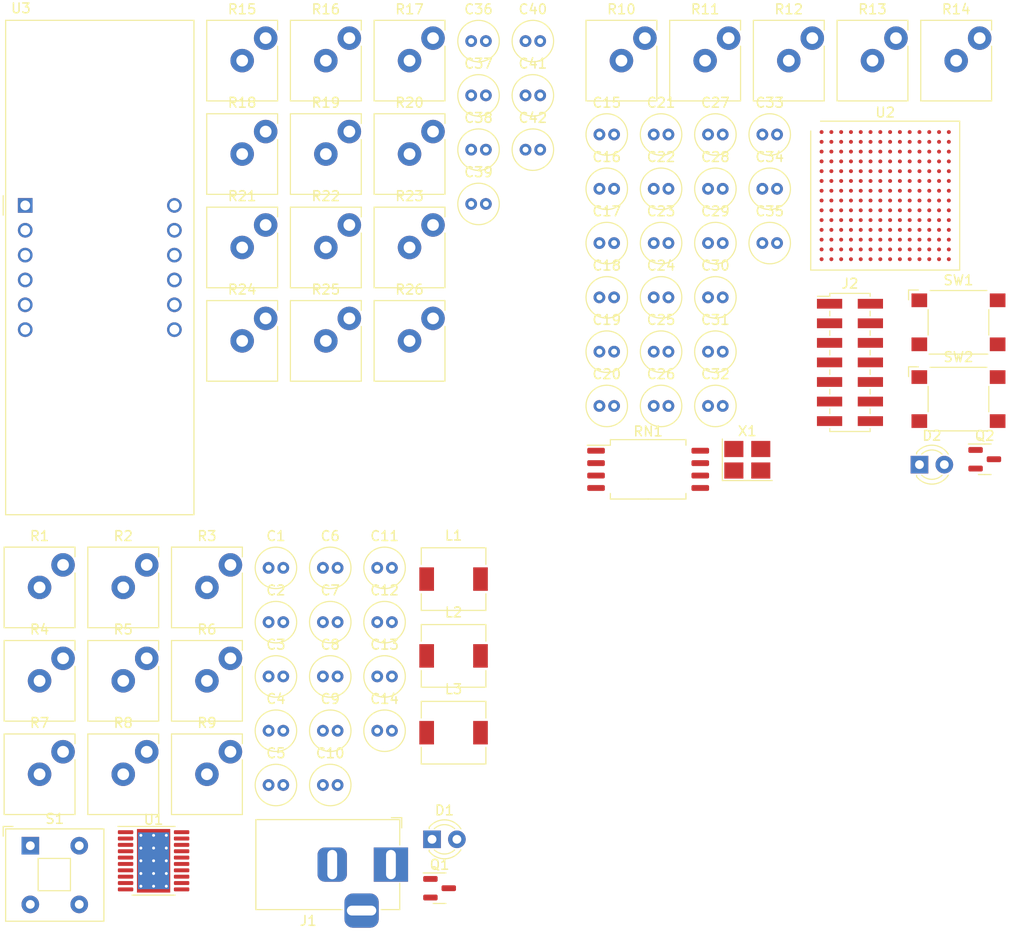
<source format=kicad_pcb>
(kicad_pcb (version 20221018) (generator pcbnew)
  (layers (0 "F.Cu" signal) (1 "In1.Cu" signal) (2 "In2.Cu" signal) (31 "B.Cu" signal) (34 "B.Paste" user) (35 "F.Paste" user) (36 "B.SilkS" user "B.Silkscreen") (37 "F.SilkS" user "F.Silkscreen") (38 "B.Mask" user) (39 "F.Mask" user) (44 "Edge.Cuts" user))
  (net 0 "")
  (net 1 "GND")
  (net 2 "+12V")
  (net 3 "Net-(U1-VREG5)")
  (net 4 "Net-(U1-VBST3)")
  (net 5 "Net-(U1-SW3)")
  (net 6 "Net-(U1-VBST1)")
  (net 7 "Net-(U1-SW1)")
  (net 8 "Net-(U1-VBST2)")
  (net 9 "Net-(U1-SW2)")
  (net 10 "+1V8A")
  (net 11 "+3V3")
  (net 12 "+1V0")
  (net 13 "+1V8")
  (net 14 "Net-(D1-K)")
  (net 15 "Net-(D2-K)")
  (net 17 "/FPGA/JTAG_TMS")
  (net 18 "/FPGA/JTAG_TCK")
  (net 19 "/FPGA/JTAG_TDO")
  (net 20 "/FPGA/JTAG_TDI")
  (net 23 "/Power module/PGOOD")
  (net 24 "Net-(Q1-D)")
  (net 25 "/FPGA/FPGA_DONE")
  (net 26 "Net-(Q2-D)")
  (net 27 "Net-(U1-EN1)")
  (net 28 "Net-(U1-VFB2)")
  (net 29 "Net-(U1-PGND3)")
  (net 30 "Net-(U1-VFB3)")
  (net 31 "Net-(U1-VFB1)")
  (net 32 "/FPGA/INIT_B")
  (net 33 "/FPGA/PROGRAM_B")
  (net 34 "SYSRES")
  (net 35 "/Display/DSA_EN")
  (net 36 "/Display/DSA")
  (net 37 "/Display/DSB_EN")
  (net 38 "/Display/DSB")
  (net 39 "/Display/DSC_EN")
  (net 40 "/Display/DSC")
  (net 41 "/Display/DSD_EN")
  (net 42 "/Display/DSD")
  (net 43 "/Display/DSE_EN")
  (net 44 "/Display/DSE")
  (net 45 "/Display/DSF_EN")
  (net 46 "/Display/DSF")
  (net 47 "/Display/DSG_EN")
  (net 48 "/Display/DSG")
  (net 49 "/Display/DSP_EN")
  (net 50 "/Display/DSP")
  (net 51 "/Display/DSCA1")
  (net 52 "/Display/DSCA1_EN")
  (net 53 "/Display/DSCA2")
  (net 54 "/Display/DSCA2_EN")
  (net 55 "/Display/DSCA3")
  (net 56 "/Display/DSCA3_EN")
  (net 57 "/Display/DSCA4")
  (net 58 "/Display/DSCA4_EN")
  (net 97 "SYSCLK")
  (footprint "Capacitor_THT:C_Radial_D4.0mm_H5.0mm_P1.50mm" (layer "F.Cu") (at 145.85 54.6)
    (fp_text reference "C21" (at 0.75 -3.25) (layer "F.SilkS"))
    (fp_text value "47uF")
    (pad "1" thru_hole circle (at 0 0) (size 1.2 1.2) (drill 0.6) (layers "*.Cu" "*.Mask") (net 11 "+3V3"))
    (pad "2" thru_hole circle (at 1.5 0) (size 1.2 1.2) (drill 0.6) (layers "*.Cu" "*.Mask") (net 1 "GND"))
  )
  (footprint "Resistor_THT:R_Radial_Power_L7.0mm_W8.0mm_Px2.40mm_Py2.30mm" (layer "F.Cu") (at 112.35 56.6)
    (fp_text reference "R19" (at 0 -5.25) (layer "F.SilkS"))
    (fp_text value "330")
    (pad "1" thru_hole circle (at 0 0) (size 2.4 2.4) (drill 1.2) (layers "*.Cu" "*.Mask") (net 43 "/Display/DSE_EN"))
    (pad "2" thru_hole circle (at 2.4 -2.3) (size 2.4 2.4) (drill 1.2) (layers "*.Cu" "*.Mask") (net 44 "/Display/DSE"))
  )
  (footprint "Resistor_THT:R_Radial_Power_L7.0mm_W8.0mm_Px2.40mm_Py2.30mm" (layer "F.Cu") (at 120.9 47.05)
    (fp_text reference "R17" (at 0 -5.25) (layer "F.SilkS"))
    (fp_text value "330")
    (pad "1" thru_hole circle (at 0 0) (size 2.4 2.4) (drill 1.2) (layers "*.Cu" "*.Mask") (net 39 "/Display/DSC_EN"))
    (pad "2" thru_hole circle (at 2.4 -2.3) (size 2.4 2.4) (drill 1.2) (layers "*.Cu" "*.Mask") (net 40 "/Display/DSC"))
  )
  (footprint "Capacitor_THT:C_Radial_D4.0mm_H5.0mm_P1.50mm" (layer "F.Cu") (at 112.05 121.1)
    (fp_text reference "C10" (at 0.75 -3.25) (layer "F.SilkS"))
    (fp_text value "22uf")
    (pad "1" thru_hole circle (at 0 0) (size 1.2 1.2) (drill 0.6) (layers "*.Cu" "*.Mask") (net 1 "GND"))
    (pad "2" thru_hole circle (at 1.5 0) (size 1.2 1.2) (drill 0.6) (layers "*.Cu" "*.Mask") (net 12 "+1V0"))
  )
  (footprint "Capacitor_THT:C_Radial_D4.0mm_H5.0mm_P1.50mm" (layer "F.Cu") (at 132.75 45.05)
    (fp_text reference "C40" (at 0.75 -3.25) (layer "F.SilkS"))
    (fp_text value "0.47uF")
    (pad "1" thru_hole circle (at 0 0) (size 1.2 1.2) (drill 0.6) (layers "*.Cu" "*.Mask") (net 1 "GND"))
    (pad "2" thru_hole circle (at 1.5 0) (size 1.2 1.2) (drill 0.6) (layers "*.Cu" "*.Mask") (net 11 "+3V3"))
  )
  (footprint "Capacitor_THT:C_Radial_D4.0mm_H5.0mm_P1.50mm" (layer "F.Cu") (at 117.6 104.45)
    (fp_text reference "C12" (at 0.75 -3.25) (layer "F.SilkS"))
    (fp_text value "22uf")
    (pad "1" thru_hole circle (at 0 0) (size 1.2 1.2) (drill 0.6) (layers "*.Cu" "*.Mask") (net 1 "GND"))
    (pad "2" thru_hole circle (at 1.5 0) (size 1.2 1.2) (drill 0.6) (layers "*.Cu" "*.Mask") (net 11 "+3V3"))
  )
  (footprint "Capacitor_THT:C_Radial_D4.0mm_H5.0mm_P1.50mm" (layer "F.Cu") (at 112.05 98.9)
    (fp_text reference "C6" (at 0.75 -3.25) (layer "F.SilkS"))
    (fp_text value "0.1uf")
    (pad "1" thru_hole circle (at 0 0) (size 1.2 1.2) (drill 0.6) (layers "*.Cu" "*.Mask") (net 6 "Net-(U1-VBST1)"))
    (pad "2" thru_hole circle (at 1.5 0) (size 1.2 1.2) (drill 0.6) (layers "*.Cu" "*.Mask") (net 7 "Net-(U1-SW1)"))
  )
  (footprint "Resistor_THT:R_Radial_Power_L7.0mm_W8.0mm_Px2.40mm_Py2.30mm" (layer "F.Cu") (at 91.65 120)
    (fp_text reference "R8" (at 0 -5.25) (layer "F.SilkS"))
    (fp_text value "100K")
    (pad "1" thru_hole circle (at 0 0) (size 2.4 2.4) (drill 1.2) (layers "*.Cu" "*.Mask") (net 23 "/Power module/PGOOD"))
    (pad "2" thru_hole circle (at 2.4 -2.3) (size 2.4 2.4) (drill 1.2) (layers "*.Cu" "*.Mask") (net 11 "+3V3"))
  )
  (footprint "Package_SO:SOIC-8_7.5x5.85mm_P1.27mm" (layer "F.Cu") (at 145.28 88.83)
    (fp_text reference "RN1" (at 0 -3.88) (layer "F.SilkS"))
    (fp_text value "10K")
    (pad "1" smd roundrect (at -5.325 -1.905) (size 1.8 0.6) (layers "F.Cu" "F.Paste" "F.Mask") (net 17 "/FPGA/JTAG_TMS"))
    (pad "2" smd roundrect (at -5.325 -0.635) (size 1.8 0.6) (layers "F.Cu" "F.Paste" "F.Mask") (net 18 "/FPGA/JTAG_TCK"))
    (pad "3" smd roundrect (at -5.325 0.635) (size 1.8 0.6) (layers "F.Cu" "F.Paste" "F.Mask") (net 19 "/FPGA/JTAG_TDO"))
    (pad "4" smd roundrect (at -5.325 1.905) (size 1.8 0.6) (layers "F.Cu" "F.Paste" "F.Mask") (net 20 "/FPGA/JTAG_TDI"))
    (pad "5" smd roundrect (at 5.325 1.905) (size 1.8 0.6) (layers "F.Cu" "F.Paste" "F.Mask") (net 11 "+3V3"))
    (pad "6" smd roundrect (at 5.325 0.635) (size 1.8 0.6) (layers "F.Cu" "F.Paste" "F.Mask") (net 11 "+3V3"))
    (pad "7" smd roundrect (at 5.325 -0.635) (size 1.8 0.6) (layers "F.Cu" "F.Paste" "F.Mask") (net 11 "+3V3"))
    (pad "8" smd roundrect (at 5.325 -1.905) (size 1.8 0.6) (layers "F.Cu" "F.Paste" "F.Mask") (net 11 "+3V3"))
  )
  (footprint "Capacitor_THT:C_Radial_D4.0mm_H5.0mm_P1.50mm" (layer "F.Cu") (at 140.3 76.8)
    (fp_text reference "C19" (at 0.75 -3.25) (layer "F.SilkS"))
    (fp_text value "0.1uF")
    (pad "1" thru_hole circle (at 0 0) (size 1.2 1.2) (drill 0.6) (layers "*.Cu" "*.Mask") (net 1 "GND"))
    (pad "2" thru_hole circle (at 1.5 0) (size 1.2 1.2) (drill 0.6) (layers "*.Cu" "*.Mask") (net 13 "+1V8"))
  )
  (footprint "Oscillator:Oscillator_SMD_Abracon_ASE-4Pin_3.2x2.5mm_HandSoldering" (layer "F.Cu") (at 155.41 87.85)
    (fp_text reference "X1" (at 0 -2.925) (layer "F.SilkS"))
    (fp_text value "DSC61XX")
    (pad "1" smd rect (at -1.375 1.1) (size 1.95 1.65) (layers "F.Cu" "F.Paste" "F.Mask") (net 11 "+3V3"))
    (pad "2" smd rect (at 1.375 1.1) (size 1.95 1.65) (layers "F.Cu" "F.Paste" "F.Mask") (net 1 "GND"))
    (pad "3" smd rect (at 1.375 -1.1) (size 1.95 1.65) (layers "F.Cu" "F.Paste" "F.Mask") (net 97 "SYSCLK"))
    (pad "4" smd rect (at -1.375 -1.1) (size 1.95 1.65) (layers "F.Cu" "F.Paste" "F.Mask") (net 11 "+3V3"))
  )
  (footprint "Display_7Segment:CA56-12CGKWA" (layer "F.Cu") (at 81.635 61.85)
    (fp_text reference "U3" (at -0.44 -20.15) (layer "F.SilkS"))
    (fp_text value "CA56-12CGKWA")
    (pad "1" thru_hole rect (at 0 0) (size 1.5 1.5) (drill 1) (layers "*.Cu" "*.Mask") (net 44 "/Display/DSE"))
    (pad "2" thru_hole circle (at 0 2.54) (size 1.5 1.5) (drill 1) (layers "*.Cu" "*.Mask") (net 42 "/Display/DSD"))
    (pad "3" thru_hole circle (at 0 5.08) (size 1.5 1.5) (drill 1) (layers "*.Cu" "*.Mask") (net 50 "/Display/DSP"))
    (pad "4" thru_hole circle (at 0 7.62) (size 1.5 1.5) (drill 1) (layers "*.Cu" "*.Mask") (net 40 "/Display/DSC"))
    (pad "5" thru_hole circle (at 0 10.16) (size 1.5 1.5) (drill 1) (layers "*.Cu" "*.Mask") (net 48 "/Display/DSG"))
    (pad "6" thru_hole circle (at 0 12.7) (size 1.5 1.5) (drill 1) (layers "*.Cu" "*.Mask") (net 57 "/Display/DSCA4"))
    (pad "7" thru_hole circle (at 15.24 12.7) (size 1.5 1.5) (drill 1) (layers "*.Cu" "*.Mask") (net 38 "/Display/DSB"))
    (pad "8" thru_hole circle (at 15.24 10.16) (size 1.5 1.5) (drill 1) (layers "*.Cu" "*.Mask") (net 55 "/Display/DSCA3"))
    (pad "9" thru_hole circle (at 15.24 7.62) (size 1.5 1.5) (drill 1) (layers "*.Cu" "*.Mask") (net 53 "/Display/DSCA2"))
    (pad "10" thru_hole circle (at 15.24 5.08) (size 1.5 1.5) (drill 1) (layers "*.Cu" "*.Mask") (net 46 "/Display/DSF"))
    (pad "11" thru_hole circle (at 15.24 2.54) (size 1.5 1.5) (drill 1) (layers "*.Cu" "*.Mask") (net 36 "/Display/DSA"))
    (pad "12" thru_hole circle (at 15.24 0) (size 1.5 1.5) (drill 1) (layers "*.Cu" "*.Mask") (net 51 "/Display/DSCA1"))
  )
  (footprint "Package_TO_SOT_SMD:SOT-23" (layer "F.Cu") (at 123.97 131.65)
    (fp_text reference "Q1" (at 0 -2.4) (layer "F.SilkS"))
    (fp_text value "DMN2020L")
    (pad "1" smd roundrect (at -0.9375 -0.95) (size 1.475 0.6) (layers "F.Cu" "F.Paste" "F.Mask") (net 23 "/Power module/PGOOD"))
    (pad "2" smd roundrect (at -0.9375 0.95) (size 1.475 0.6) (layers "F.Cu" "F.Paste" "F.Mask") (net 1 "GND"))
    (pad "3" smd roundrect (at 0.9375 0) (size 1.475 0.6) (layers "F.Cu" "F.Paste" "F.Mask") (net 24 "Net-(Q1-D)"))
  )
  (footprint "Capacitor_THT:C_Radial_D4.0mm_H5.0mm_P1.50mm" (layer "F.Cu") (at 145.85 60.15)
    (fp_text reference "C22" (at 0.75 -3.25) (layer "F.SilkS"))
    (fp_text value "4.7uF")
    (pad "1" thru_hole circle (at 0 0) (size 1.2 1.2) (drill 0.6) (layers "*.Cu" "*.Mask") (net 12 "+1V0"))
    (pad "2" thru_hole circle (at 1.5 0) (size 1.2 1.2) (drill 0.6) (layers "*.Cu" "*.Mask") (net 1 "GND"))
  )
  (footprint "Capacitor_THT:C_Radial_D4.0mm_H5.0mm_P1.50mm" (layer "F.Cu") (at 140.3 54.6)
    (fp_text reference "C15" (at 0.75 -3.25) (layer "F.SilkS"))
    (fp_text value "47uF")
    (pad "1" thru_hole circle (at 0 0) (size 1.2 1.2) (drill 0.6) (layers "*.Cu" "*.Mask") (net 13 "+1V8"))
    (pad "2" thru_hole circle (at 1.5 0) (size 1.2 1.2) (drill 0.6) (layers "*.Cu" "*.Mask") (net 1 "GND"))
  )
  (footprint "Capacitor_THT:C_Radial_D4.0mm_H5.0mm_P1.50mm" (layer "F.Cu") (at 156.95 54.6)
    (fp_text reference "C33" (at 0.75 -3.25) (layer "F.SilkS"))
    (fp_text value "4.7uF")
    (pad "1" thru_hole circle (at 0 0) (size 1.2 1.2) (drill 0.6) (layers "*.Cu" "*.Mask") (net 12 "+1V0"))
    (pad "2" thru_hole circle (at 1.5 0) (size 1.2 1.2) (drill 0.6) (layers "*.Cu" "*.Mask") (net 1 "GND"))
  )
  (footprint "Resistor_THT:R_Radial_Power_L7.0mm_W8.0mm_Px2.40mm_Py2.30mm" (layer "F.Cu") (at 100.2 100.9)
    (fp_text reference "R3" (at 0 -5.25) (layer "F.SilkS"))
    (fp_text value "2.2K")
    (pad "1" thru_hole circle (at 0 0) (size 2.4 2.4) (drill 1.2) (layers "*.Cu" "*.Mask") (net 29 "Net-(U1-PGND3)"))
    (pad "2" thru_hole circle (at 2.4 -2.3) (size 2.4 2.4) (drill 1.2) (layers "*.Cu" "*.Mask") (net 30 "Net-(U1-VFB3)"))
  )
  (footprint "Button_Switch_SMD:SW_SPST_Omron_B3FS-100xP" (layer "F.Cu") (at 176.985 81.65)
    (fp_text reference "SW2" (at 0 -4.3) (layer "F.SilkS"))
    (fp_text value "SW_Omron_B3FS")
    (pad "1" smd rect (at -4 -2.25 180) (size 1.6 1.4) (layers "F.Cu" "F.Paste" "F.Mask") (net 34 "SYSRES"))
    (pad "1" smd rect (at 4 -2.25 180) (size 1.6 1.4) (layers "F.Cu" "F.Paste" "F.Mask") (net 34 "SYSRES"))
    (pad "2" smd rect (at -4 2.25 180) (size 1.6 1.4) (layers "F.Cu" "F.Paste" "F.Mask") (net 1 "GND"))
    (pad "2" smd rect (at 4 2.25 180) (size 1.6 1.4) (layers "F.Cu" "F.Paste" "F.Mask") (net 1 "GND"))
  )
  (footprint "Capacitor_THT:C_Radial_D4.0mm_H5.0mm_P1.50mm" (layer "F.Cu") (at 112.05 110)
    (fp_text reference "C8" (at 0.75 -3.25) (layer "F.SilkS"))
    (fp_text value "22uf")
    (pad "1" thru_hole circle (at 0 0) (size 1.2 1.2) (drill 0.6) (layers "*.Cu" "*.Mask") (net 1 "GND"))
    (pad "2" thru_hole circle (at 1.5 0) (size 1.2 1.2) (drill 0.6) (layers "*.Cu" "*.Mask") (net 10 "+1V8A"))
  )
  (footprint "Capacitor_THT:C_Radial_D4.0mm_H5.0mm_P1.50mm" (layer "F.Cu") (at 140.3 60.15)
    (fp_text reference "C16" (at 0.75 -3.25) (layer "F.SilkS"))
    (fp_text value "0.47uF")
    (pad "1" thru_hole circle (at 0 0) (size 1.2 1.2) (drill 0.6) (layers "*.Cu" "*.Mask") (net 13 "+1V8"))
    (pad "2" thru_hole circle (at 1.5 0) (size 1.2 1.2) (drill 0.6) (layers "*.Cu" "*.Mask") (net 1 "GND"))
  )
  (footprint "Capacitor_THT:C_Radial_D4.0mm_H5.0mm_P1.50mm" (layer "F.Cu") (at 151.4 54.6)
    (fp_text reference "C27" (at 0.75 -3.25) (layer "F.SilkS"))
    (fp_text value "0.47uF")
    (pad "1" thru_hole circle (at 0 0) (size 1.2 1.2) (drill 0.6) (layers "*.Cu" "*.Mask") (net 12 "+1V0"))
    (pad "2" thru_hole circle (at 1.5 0) (size 1.2 1.2) (drill 0.6) (layers "*.Cu" "*.Mask") (net 1 "GND"))
  )
  (footprint "Capacitor_THT:C_Radial_D4.0mm_H5.0mm_P1.50mm" (layer "F.Cu") (at 145.85 65.7)
    (fp_text reference "C23" (at 0.75 -3.25) (layer "F.SilkS"))
    (fp_text value "0.47uF")
    (pad "1" thru_hole circle (at 0 0) (size 1.2 1.2) (drill 0.6) (layers "*.Cu" "*.Mask") (net 13 "+1V8"))
    (pad "2" thru_hole circle (at 1.5 0) (size 1.2 1.2) (drill 0.6) (layers "*.Cu" "*.Mask") (net 1 "GND"))
  )
  (footprint "Capacitor_THT:C_Radial_D4.0mm_H5.0mm_P1.50mm" (layer "F.Cu") (at 132.75 50.6)
    (fp_text reference "C41" (at 0.75 -3.25) (layer "F.SilkS"))
    (fp_text value "0.47uF")
    (pad "1" thru_hole circle (at 0 0) (size 1.2 1.2) (drill 0.6) (layers "*.Cu" "*.Mask") (net 1 "GND"))
    (pad "2" thru_hole circle (at 1.5 0) (size 1.2 1.2) (drill 0.6) (layers "*.Cu" "*.Mask") (net 11 "+3V3"))
  )
  (footprint "Package_SO:HTSSOP-20-1EP_4.4x6.5mm_P0.65mm_EP3.4x6.5mm_Mask2.75x3.43mm_ThermalVias" (layer "F.Cu") (at 94.75 128.845)
    (fp_text reference "U1" (at 0 -4.2) (layer "F.SilkS"))
    (fp_text value "TPS65581")
    (pad "1" smd roundrect (at -2.8625 -2.925) (size 1.575 0.4) (layers "F.Cu" "F.Paste" "F.Mask") (net 2 "+12V"))
    (pad "2" smd roundrect (at -2.8625 -2.275) (size 1.575 0.4) (layers "F.Cu" "F.Paste" "F.Mask") (net 2 "+12V"))
    (pad "3" smd roundrect (at -2.8625 -1.625) (size 1.575 0.4) (layers "F.Cu" "F.Paste" "F.Mask") (net 6 "Net-(U1-VBST1)"))
    (pad "4" smd roundrect (at -2.8625 -0.975) (size 1.575 0.4) (layers "F.Cu" "F.Paste" "F.Mask") (net 7 "Net-(U1-SW1)"))
    (pad "5" smd roundrect (at -2.8625 -0.325) (size 1.575 0.4) (layers "F.Cu" "F.Paste" "F.Mask") (net 1 "GND"))
    (pad "6" smd roundrect (at -2.8625 0.325) (size 1.575 0.4) (layers "F.Cu" "F.Paste" "F.Mask") (net 3 "Net-(U1-VREG5)"))
    (pad "7" smd roundrect (at -2.8625 0.975) (size 1.575 0.4) (layers "F.Cu" "F.Paste" "F.Mask") (net 23 "/Power module/PGOOD"))
    (pad "8" smd roundrect (at -2.8625 1.625) (size 1.575 0.4) (layers "F.Cu" "F.Paste" "F.Mask") (net 27 "Net-(U1-EN1)"))
    (pad "9" smd roundrect (at -2.8625 2.275) (size 1.575 0.4) (layers "F.Cu" "F.Paste" "F.Mask") (net 31 "Net-(U1-VFB1)"))
    (pad "10" smd roundrect (at -2.8625 2.925) (size 1.575 0.4) (layers "F.Cu" "F.Paste" "F.Mask") (net 1 "GND"))
    (pad "11" smd roundrect (at 2.8625 2.925) (size 1.575 0.4) (layers "F.Cu" "F.Paste" "F.Mask") (net 28 "Net-(U1-VFB2)"))
    (pad "12" smd roundrect (at 2.8625 2.275) (size 1.575 0.4) (layers "F.Cu" "F.Paste" "F.Mask") (net 30 "Net-(U1-VFB3)"))
    (pad "13" smd roundrect (at 2.8625 1.625) (size 1.575 0.4) (layers "F.Cu" "F.Paste" "F.Mask") (net 27 "Net-(U1-EN1)"))
    (pad "14" smd roundrect (at 2.8625 0.975) (size 1.575 0.4) (layers "F.Cu" "F.Paste" "F.Mask") (net 4 "Net-(U1-VBST3)"))
    (pad "15" smd roundrect (at 2.8625 0.325) (size 1.575 0.4) (layers "F.Cu" "F.Paste" "F.Mask") (net 5 "Net-(U1-SW3)"))
    (pad "16" smd roundrect (at 2.8625 -0.325) (size 1.575 0.4) (layers "F.Cu" "F.Paste" "F.Mask") (net 29 "Net-(U1-PGND3)"))
    (pad "17" smd roundrect (at 2.8625 -0.975) (size 1.575 0.4) (layers "F.Cu" "F.Paste" "F.Mask") (net 27 "Net-(U1-EN1)"))
    (pad "18" smd roundrect (at 2.8625 -1.625) (size 1.575 0.4) (layers "F.Cu" "F.Paste" "F.Mask") (net 1 "GND"))
    (pad "19" smd roundrect (at 2.8625 -2.275) (size 1.575 0.4) (layers "F.Cu" "F.Paste" "F.Mask") (net 9 "Net-(U1-SW2)"))
    (pad "20" smd roundrect (at 2.8625 -2.925) (size 1.575 0.4) (layers "F.Cu" "F.Paste" "F.Mask") (net 8 "Net-(U1-VBST2)"))
    (pad "21" thru_hole circle (at -1.3 -2.6) (size 0.6 0.6) (drill 0.3) (layers "*.Cu") (net 1 "GND"))
    (pad "21" thru_hole circle (at -1.3 -1.3) (size 0.6 0.6) (drill 0.3) (layers "*.Cu") (net 1 "GND"))
    (pad "21" thru_hole circle (at -1.3 0) (size 0.6 0.6) (drill 0.3) (layers "*.Cu") (net 1 "GND"))
    (pad "21" thru_hole circle (at -1.3 1.3) (size 0.6 0.6) (drill 0.3) (layers "*.Cu") (net 1 "GND"))
    (pad "21" thru_hole circle (at -1.3 2.6) (size 0.6 0.6) (drill 0.3) (layers "*.Cu") (net 1 "GND"))
    (pad "21" thru_hole circle (at 0 -2.6) (size 0.6 0.6) (drill 0.3) (layers "*.Cu") (net 1 "GND"))
    (pad "21" thru_hole circle (at 0 -1.3) (size 0.6 0.6) (drill 0.3) (layers "*.Cu") (net 1 "GND"))
    (pad "21" thru_hole circle (at 0 0) (size 0.6 0.6) (drill 0.3) (layers "*.Cu") (net 1 "GND"))
    (pad "21" smd rect (at 0 0) (size 3.2 5.8) (layers "B.Cu") (net 1 "GND"))
    (pad "21" smd rect (at 0 0) (size 3.4 6.5) (layers "F.Cu") (net 1 "GND"))
    (pad "21" thru_hole circle (at 0 1.3) (size 0.6 0.6) (drill 0.3) (layers "*.Cu") (net 1 "GND"))
    (pad "21" thru_hole circle (at 0 2.6) (size 0.6 0.6) (drill 0.3) (layers "*.Cu") (net 1 "GND"))
    (pad "21" thru_hole circle (at 1.3 -2.6) (size 0.6 0.6) (drill 0.3) (layers "*.Cu") (net 1 "GND"))
    (pad "21" thru_hole circle (at 1.3 -1.3) (size 0.6 0.6) (drill 0.3) (layers "*.Cu") (net 1 "GND"))
    (pad "21" thru_hole circle (at 1.3 0) (size 0.6 0.6) (drill 0.3) (layers "*.Cu") (net 1 "GND"))
    (pad "21" thru_hole circle (at 1.3 1.3) (size 0.6 0.6) (drill 0.3) (layers "*.Cu") (net 1 "GND"))
    (pad "21" thru_hole circle (at 1.3 2.6) (size 0.6 0.6) (drill 0.3) (layers "*.Cu") (net 1 "GND"))
  )
  (footprint "Capacitor_THT:C_Radial_D4.0mm_H5.0mm_P1.50mm" (layer "F.Cu") (at 106.5 98.9)
    (fp_text reference "C1" (at 0.75 -3.25) (layer "F.SilkS"))
    (fp_text value "10u")
    (pad "1" thru_hole circle (at 0 0) (size 1.2 1.2) (drill 0.6) (layers "*.Cu" "*.Mask") (net 1 "GND"))
    (pad "2" thru_hole circle (at 1.5 0) (size 1.2 1.2) (drill 0.6) (layers "*.Cu" "*.Mask") (net 2 "+12V"))
  )
  (footprint "Resistor_THT:R_Radial_Power_L7.0mm_W8.0mm_Px2.40mm_Py2.30mm" (layer "F.Cu") (at 112.35 47.05)
    (fp_text reference "R16" (at 0 -5.25) (layer "F.SilkS"))
    (fp_text value "330")
    (pad "1" thru_hole circle (at 0 0) (size 2.4 2.4) (drill 1.2) (layers "*.Cu" "*.Mask") (net 37 "/Display/DSB_EN"))
    (pad "2" thru_hole circle (at 2.4 -2.3) (size 2.4 2.4) (drill 1.2) (layers "*.Cu" "*.Mask") (net 38 "/Display/DSB"))
  )
  (footprint "Capacitor_THT:C_Radial_D4.0mm_H5.0mm_P1.50mm" (layer "F.Cu") (at 127.2 61.7)
    (fp_text reference "C39" (at 0.75 -3.25) (layer "F.SilkS"))
    (fp_text value "0.47uF")
    (pad "1" thru_hole circle (at 0 0) (size 1.2 1.2) (drill 0.6) (layers "*.Cu" "*.Mask") (net 1 "GND"))
    (pad "2" thru_hole circle (at 1.5 0) (size 1.2 1.2) (drill 0.6) (layers "*.Cu" "*.Mask") (net 11 "+3V3"))
  )
  (footprint "Resistor_THT:R_Radial_Power_L7.0mm_W8.0mm_Px2.40mm_Py2.30mm" (layer "F.Cu") (at 151.1 47.05)
    (fp_text reference "R11" (at 0 -5.25) (layer "F.SilkS"))
    (fp_text value "4.75K")
    (pad "1" thru_hole circle (at 0 0) (size 2.4 2.4) (drill 1.2) (layers "*.Cu" "*.Mask") (net 11 "+3V3"))
    (pad "2" thru_hole circle (at 2.4 -2.3) (size 2.4 2.4) (drill 1.2) (layers "*.Cu" "*.Mask") (net 33 "/FPGA/PROGRAM_B"))
  )
  (footprint "Capacitor_THT:C_Radial_D4.0mm_H5.0mm_P1.50mm" (layer "F.Cu") (at 140.3 71.25)
    (fp_text reference "C18" (at 0.75 -3.25) (layer "F.SilkS"))
    (fp_text value "0.47uF")
    (pad "1" thru_hole circle (at 0 0) (size 1.2 1.2) (drill 0.6) (layers "*.Cu" "*.Mask") (net 13 "+1V8"))
    (pad "2" thru_hole circle (at 1.5 0) (size 1.2 1.2) (drill 0.6) (layers "*.Cu" "*.Mask") (net 1 "GND"))
  )
  (footprint "Capacitor_THT:C_Radial_D4.0mm_H5.0mm_P1.50mm" (layer "F.Cu") (at 117.6 98.9)
    (fp_text reference "C11" (at 0.75 -3.25) (layer "F.SilkS"))
    (fp_text value "22uf")
    (pad "1" thru_hole circle (at 0 0) (size 1.2 1.2) (drill 0.6) (layers "*.Cu" "*.Mask") (net 1 "GND"))
    (pad "2" thru_hole circle (at 1.5 0) (size 1.2 1.2) (drill 0.6) (layers "*.Cu" "*.Mask") (net 10 "+1V8A"))
  )
  (footprint "Capacitor_THT:C_Radial_D4.0mm_H5.0mm_P1.50mm" (layer "F.Cu") (at 106.5 121.1)
    (fp_text reference "C5" (at 0.75 -3.25) (layer "F.SilkS"))
    (fp_text value "0.1uf")
    (pad "1" thru_hole circle (at 0 0) (size 1.2 1.2) (drill 0.6) (layers "*.Cu" "*.Mask") (net 4 "Net-(U1-VBST3)"))
    (pad "2" thru_hole circle (at 1.5 0) (size 1.2 1.2) (drill 0.6) (layers "*.Cu" "*.Mask") (net 5 "Net-(U1-SW3)"))
  )
  (footprint "Resistor_THT:R_Radial_Power_L7.0mm_W8.0mm_Px2.40mm_Py2.30mm" (layer "F.Cu") (at 83.1 110.45)
    (fp_text reference "R4" (at 0 -5.25) (layer "F.SilkS"))
    (fp_text value "2.2K")
    (pad "1" thru_hole circle (at 0 0) (size 2.4 2.4) (drill 1.2) (layers "*.Cu" "*.Mask") (net 1 "GND"))
    (pad "2" thru_hole circle (at 2.4 -2.3) (size 2.4 2.4) (drill 1.2) (layers "*.Cu" "*.Mask") (net 31 "Net-(U1-VFB1)"))
  )
  (footprint "Capacitor_THT:C_Radial_D4.0mm_H5.0mm_P1.50mm" (layer "F.Cu") (at 156.95 60.15)
    (fp_text reference "C34" (at 0.75 -3.25) (layer "F.SilkS"))
    (fp_text value "0.1uF")
    (pad "1" thru_hole circle (at 0 0) (size 1.2 1.2) (drill 0.6) (layers "*.Cu" "*.Mask") (net 1 "GND"))
    (pad "2" thru_hole circle (at 1.5 0) (size 1.2 1.2) (drill 0.6) (layers "*.Cu" "*.Mask") (net 11 "+3V3"))
  )
  (footprint "Capacitor_THT:C_Radial_D4.0mm_H5.0mm_P1.50mm" (layer "F.Cu") (at 151.4 65.7)
    (fp_text reference "C29" (at 0.75 -3.25) (layer "F.SilkS"))
    (fp_text value "0.47uF")
    (pad "1" thru_hole circle (at 0 0) (size 1.2 1.2) (drill 0.6) (layers "*.Cu" "*.Mask") (net 12 "+1V0"))
    (pad "2" thru_hole circle (at 1.5 0) (size 1.2 1.2) (drill 0.6) (layers "*.Cu" "*.Mask") (net 1 "GND"))
  )
  (footprint "Capacitor_THT:C_Radial_D4.0mm_H5.0mm_P1.50mm" (layer "F.Cu") (at 151.4 76.8)
    (fp_text reference "C31" (at 0.75 -3.25) (layer "F.SilkS"))
    (fp_text value "4.7uF")
    (pad "1" thru_hole circle (at 0 0) (size 1.2 1.2) (drill 0.6) (layers "*.Cu" "*.Mask") (net 12 "+1V0"))
    (pad "2" thru_hole circle (at 1.5 0) (size 1.2 1.2) (drill 0.6) (layers "*.Cu" "*.Mask") (net 1 "GND"))
  )
  (footprint "Resistor_THT:R_Radial_Power_L7.0mm_W8.0mm_Px2.40mm_Py2.30mm" (layer "F.Cu") (at 103.8 66.15)
    (fp_text reference "R21" (at 0 -5.25) (layer "F.SilkS"))
    (fp_text value "330")
    (pad "1" thru_hole circle (at 0 0) (size 2.4 2.4) (drill 1.2) (layers "*.Cu" "*.Mask") (net 47 "/Display/DSG_EN"))
    (pad "2" thru_hole circle (at 2.4 -2.3) (size 2.4 2.4) (drill 1.2) (layers "*.Cu" "*.Mask") (net 48 "/Display/DSG"))
  )
  (footprint "Button_Switch_THT:SW_Push_2P1T_Toggle_CK_PVA1xxH1xxxxxxV2" (layer "F.Cu") (at 82.155 127.305)
    (fp_text reference "S1" (at 2.5 -2.75) (layer "F.SilkS"))
    (fp_text value "B3FS_1010P")
    (pad "1" thru_hole rect (at 0 0) (size 1.8 1.8) (drill 0.9) (layers "*.Cu" "*.Mask") (net 1 "GND"))
    (pad "2" thru_hole circle (at 5 0) (size 1.8 1.8) (drill 0.9) (layers "*.Cu" "*.Mask") (net 1 "GND"))
    (pad "3" thru_hole circle (at 0 6) (size 1.8 1.8) (drill 0.9) (layers "*.Cu" "*.Mask") (net 27 "Net-(U1-EN1)"))
    (pad "4" thru_hole circle (at 5 6) (size 1.8 1.8) (drill 0.9) (layers "*.Cu" "*.Mask") (net 27 "Net-(U1-EN1)"))
  )
  (footprint "Resistor_THT:R_Radial_Power_L7.0mm_W8.0mm_Px2.40mm_Py2.30mm" (layer "F.Cu") (at 91.65 100.9)
    (fp_text reference "R2" (at 0 -5.25) (layer "F.SilkS"))
    (fp_text value "2.2K")
    (pad "1" thru_hole circle (at 0 0) (size 2.4 2.4) (drill 1.2) (layers "*.Cu" "*.Mask") (net 1 "GND"))
    (pad "2" thru_hole circle (at 2.4 -2.3) (size 2.4 2.4) (drill 1.2) (layers "*.Cu" "*.Mask") (net 28 "Net-(U1-VFB2)"))
  )
  (footprint "Resistor_THT:R_Radial_Power_L7.0mm_W8.0mm_Px2.40mm_Py2.30mm" (layer "F.Cu") (at 100.2 120)
    (fp_text reference "R9" (at 0 -5.25) (layer "F.SilkS"))
    (fp_text value "680")
    (pad "1" thru_hole circle (at 0 0) (size 2.4 2.4) (drill 1.2) (layers "*.Cu" "*.Mask") (net 24 "Net-(Q1-D)"))
    (pad "2" thru_hole circle (at 2.4 -2.3) (size 2.4 2.4) (drill 1.2) (layers "*.Cu" "*.Mask") (net 14 "Net-(D1-K)"))
  )
  (footprint "Connector_BarrelJack:BarrelJack_Horizontal" (layer "F.Cu") (at 119 129.235)
    (fp_text reference "J1" (at -8.45 5.75) (layer "F.SilkS"))
    (fp_text value "Barrel_Jack_Switch")
    (pad "1" thru_hole rect (at 0 0) (size 3.5 3.5) (drill oval 1 3) (layers "*.Cu" "*.Mask") (net 2 "+12V"))
    (pad "2" thru_hole roundrect (at -6 0) (size 3 3.5) (drill oval 1 3) (layers "*.Cu" "*.Mask") (net 1 "GND"))
    (pad "3" thru_hole roundrect (at -3 4.7) (size 3.5 3.5) (drill oval 3 1) (layers "*.Cu" "*.Mask"))
  )
  (footprint "Resistor_THT:R_Radial_Power_L7.0mm_W8.0mm_Px2.40mm_Py2.30mm" (layer "F.Cu") (at 168.2 47.05)
    (fp_text reference "R13" (at 0 -5.25) (layer "F.SilkS"))
    (fp_text value "680")
    (pad "1" thru_hole circle (at 0 0) (size 2.4 2.4) (drill 1.2) (layers "*.Cu" "*.Mask") (net 26 "Net-(Q2-D)"))
    (pad "2" thru_hole circle (at 2.4 -2.3) (size 2.4 2.4) (drill 1.2) (layers "*.Cu" "*.Mask") (net 15 "Net-(D2-K)"))
  )
  (footprint "Capacitor_THT:C_Radial_D4.0mm_H5.0mm_P1.50mm" (layer "F.Cu") (at 117.6 110)
    (fp_text reference "C13" (at 0.75 -3.25) (layer "F.SilkS"))
    (fp_text value "22uf")
    (pad "1" thru_hole circle (at 0 0) (size 1.2 1.2) (drill 0.6) (layers "*.Cu" "*.Mask") (net 1 "GND"))
    (pad "2" thru_hole circle (at 1.5 0) (size 1.2 1.2) (drill 0.6) (layers "*.Cu" "*.Mask") (net 12 "+1V0"))
  )
  (footprint "Resistor_THT:R_Radial_Power_L7.0mm_W8.0mm_Px2.40mm_Py2.30mm" (layer "F.Cu") (at 120.9 75.7)
    (fp_text reference "R26" (at 0 -5.25) (layer "F.SilkS"))
    (fp_text value "R_Small")
    (pad "1" thru_hole circle (at 0 0) (size 2.4 2.4) (drill 1.2) (layers "*.Cu" "*.Mask") (net 57 "/Display/DSCA4"))
    (pad "2" thru_hole circle (at 2.4 -2.3) (size 2.4 2.4) (drill 1.2) (layers "*.Cu" "*.Mask") (net 58 "/Display/DSCA4_EN"))
  )
  (footprint "Capacitor_THT:C_Radial_D4.0mm_H5.0mm_P1.50mm" (layer "F.Cu") (at 106.5 115.55)
    (fp_text reference "C4" (at 0.75 -3.25) (layer "F.SilkS"))
    (fp_text value "1uf")
    (pad "1" thru_hole circle (at 0 0) (size 1.2 1.2) (drill 0.6) (layers "*.Cu" "*.Mask") (net 1 "GND"))
    (pad "2" thru_hole circle (at 1.5 0) (size 1.2 1.2) (drill 0.6) (layers "*.Cu" "*.Mask") (net 3 "Net-(U1-VREG5)"))
  )
  (footprint "Capacitor_THT:C_Radial_D4.0mm_H5.0mm_P1.50mm" (layer "F.Cu") (at 151.4 82.35)
    (fp_text reference "C32" (at 0.75 -3.25) (layer "F.SilkS"))
    (fp_text value "4.7uF")
    (pad "1" thru_hole circle (at 0 0) (size 1.2 1.2) (drill 0.6) (layers "*.Cu" "*.Mask") (net 12 "+1V0"))
    (pad "2" thru_hole circle (at 1.5 0) (size 1.2 1.2) (drill 0.6) (layers "*.Cu" "*.Mask") (net 1 "GND"))
  )
  (footprint "Package_TO_SOT_SMD:SOT-23" (layer "F.Cu") (at 179.67 87.8)
    (fp_text reference "Q2" (at 0 -2.4) (layer "F.SilkS"))
    (fp_text value "DMN2020L")
    (pad "1" smd roundrect (at -0.9375 -0.95) (size 1.475 0.6) (layers "F.Cu" "F.Paste" "F.Mask") (net 25 "/FPGA/FPGA_DONE"))
    (pad "2" smd roundrect (at -0.9375 0.95) (size 1.475 0.6) (layers "F.Cu" "F.Paste" "F.Mask") (net 1 "GND"))
    (pad "3" smd roundrect (at 0.9375 0) (size 1.475 0.6) (layers "F.Cu" "F.Paste" "F.Mask") (net 26 "Net-(Q2-D)"))
  )
  (footprint "Resistor_THT:R_Radial_Power_L7.0mm_W8.0mm_Px2.40mm_Py2.30mm" (layer "F.Cu") (at 120.9 56.6)
    (fp_text reference "R20" (at 0 -5.25) (layer "F.SilkS"))
    (fp_text value "330")
    (pad "1" thru_hole circle (at 0 0) (size 2.4 2.4) (drill 1.2) (layers "*.Cu" "*.Mask") (net 45 "/Display/DSF_EN"))
    (pad "2" thru_hole circle (at 2.4 -2.3) (size 2.4 2.4) (drill 1.2) (layers "*.Cu" "*.Mask") (net 46 "/Display/DSF"))
  )
  (footprint "Inductor_SMD:L_6.3x6.3_H3" (layer "F.Cu") (at 125.4 107.9)
    (fp_text reference "L2" (at 0 -4.45) (layer "F.SilkS"))
    (fp_text value "2.2uH")
    (pad "1" smd rect (at -2.75 0) (size 1.5 2.4) (layers "F.Cu" "F.Paste" "F.Mask") (net 7 "Net-(U1-SW1)"))
    (pad "2" smd rect (at 2.75 0) (size 1.5 2.4) (layers "F.Cu" "F.Paste" "F.Mask") (net 10 "+1V8A"))
  )
  (footprint "Capacitor_THT:C_Radial_D4.0mm_H5.0mm_P1.50mm" (layer "F.Cu") (at 140.3 65.7)
    (fp_text reference "C17" (at 0.75 -3.25) (layer "F.SilkS"))
    (fp_text value "47uF")
    (pad "1" thru_hole circle (at 0 0) (size 1.2 1.2) (drill 0.6) (layers "*.Cu" "*.Mask") (net 12 "+1V0"))
    (pad "2" thru_hole circle (at 1.5 0) (size 1.2 1.2) (drill 0.6) (layers "*.Cu" "*.Mask") (net 1 "GND"))
  )
  (footprint "Capacitor_THT:C_Radial_D4.0mm_H5.0mm_P1.50mm" (layer "F.Cu") (at 106.5 104.45)
    (fp_text reference "C2" (at 0.75 -3.25) (layer "F.SilkS"))
    (fp_text value "10uf")
    (pad "1" thru_hole circle (at 0 0) (size 1.2 1.2) (drill 0.6) (layers "*.Cu" "*.Mask") (net 1 "GND"))
    (pad "2" thru_hole circle (at 1.5 0) (size 1.2 1.2) (drill 0.6) (layers "*.Cu" "*.Mask") (net 2 "+12V"))
  )
  (footprint "Resistor_THT:R_Radial_Power_L7.0mm_W8.0mm_Px2.40mm_Py2.30mm" (layer "F.Cu") (at 120.9 66.15)
    (fp_text reference "R23" (at 0 -5.25) (layer "F.SilkS"))
    (fp_text value "330")
    (pad "1" thru_hole circle (at 0 0) (size 2.4 2.4) (drill 1.2) (layers "*.Cu" "*.Mask") (net 51 "/Display/DSCA1"))
    (pad "2" thru_hole circle (at 2.4 -2.3) (size 2.4 2.4) (drill 1.2) (layers "*.Cu" "*.Mask") (net 52 "/Display/DSCA1_EN"))
  )
  (footprint "Resistor_THT:R_Radial_Power_L7.0mm_W8.0mm_Px2.40mm_Py2.30mm" (layer "F.Cu") (at 103.8 75.7)
    (fp_text reference "R24" (at 0 -5.25) (layer "F.SilkS"))
    (fp_text value "330")
    (pad "1" thru_hole circle (at 0 0) (size 2.4 2.4) (drill 1.2) (layers "*.Cu" "*.Mask") (net 53 "/Display/DSCA2"))
    (pad "2" thru_hole circle (at 2.4 -2.3) (size 2.4 2.4) (drill 1.2) (layers "*.Cu" "*.Mask") (net 54 "/Display/DSCA2_EN"))
  )
  (footprint "Capacitor_THT:C_Radial_D4.0mm_H5.0mm_P1.50mm" (layer "F.Cu") (at 117.6 115.55)
    (fp_text reference "C14" (at 0.75 -3.25) (layer "F.SilkS"))
    (fp_text value "22uf")
    (pad "1" thru_hole circle (at 0 0) (size 1.2 1.2) (drill 0.6) (layers "*.Cu" "*.Mask") (net 1 "GND"))
    (pad "2" thru_hole circle (at 1.5 0) (size 1.2 1.2) (drill 0.6) (layers "*.Cu" "*.Mask") (net 12 "+1V0"))
  )
  (footprint "Resistor_THT:R_Radial_Power_L7.0mm_W8.0mm_Px2.40mm_Py2.30mm" (layer "F.Cu") (at 103.8 47.05)
    (fp_text reference "R15" (at 0 -5.25) (layer "F.SilkS"))
    (fp_text value "330")
    (pad "1" thru_hole circle (at 0 0) (size 2.4 2.4) (drill 1.2) (layers "*.Cu" "*.Mask") (net 35 "/Display/DSA_EN"))
    (pad "2" thru_hole circle (at 2.4 -2.3) (size 2.4 2.4) (drill 1.2) (layers "*.Cu" "*.Mask") (net 36 "/Display/DSA"))
  )
  (footprint "Capacitor_THT:C_Radial_D4.0mm_H5.0mm_P1.50mm" (layer "F.Cu") (at 151.4 71.25)
    (fp_text reference "C30" (at 0.75 -3.25) (layer "F.SilkS"))
    (fp_text value "0.47uF")
    (pad "1" thru_hole circle (at 0 0) (size 1.2 1.2) (drill 0.6) (layers "*.Cu" "*.Mask") (net 12 "+1V0"))
    (pad "2" thru_hole circle (at 1.5 0) (size 1.2 1.2) (drill 0.6) (layers "*.Cu" "*.Mask") (net 1 "GND"))
  )
  (footprint "Capacitor_THT:C_Radial_D4.0mm_H5.0mm_P1.50mm" (layer "F.Cu") (at 112.05 104.45)
    (fp_text reference "C7" (at 0.75 -3.25) (layer "F.SilkS"))
    (fp_text value "0.1uf")
    (pad "1" thru_hole circle (at 0 0) (size 1.2 1.2) (drill 0.6) (layers "*.Cu" "*.Mask") (net 8 "Net-(U1-VBST2)"))
    (pad "2" thru_hole circle (at 1.5 0) (size 1.2 1.2) (drill 0.6) (layers "*.Cu" "*.Mask") (net 9 "Net-(U1-SW2)"))
  )
  (footprint "Capacitor_THT:C_Radial_D4.0mm_H5.0mm_P1.50mm" (layer "F.Cu") (at 106.5 110)
    (fp_text reference "C3" (at 0.75 -3.25) (layer "F.SilkS"))
    (fp_text value "10uf")
    (pad "1" thru_hole circle (at 0 0) (size 1.2 1.2) (drill 0.6) (layers "*.Cu" "*.Mask") (net 1 "GND"))
    (pad "2" thru_hole circle (at 1.5 0) (size 1.2 1.2) (drill 0.6) (layers "*.Cu" "*.Mask") (net 2 "+12V"))
  )
  (footprint "Capacitor_THT:C_Radial_D4.0mm_H5.0mm_P1.50mm" (layer "F.Cu") (at 151.4 60.15)
    (fp_text reference "C28" (at 0.75 -3.25) (layer "F.SilkS"))
    (fp_text value "0.47uF")
    (pad "1" thru_hole circle (at 0 0) (size 1.2 1.2) (drill 0.6) (layers "*.Cu" "*.Mask") (net 12 "+1V0"))
    (pad "2" thru_hole circle (at 1.5 0) (size 1.2 1.2) (drill 0.6) (layers "*.Cu" "*.Mask") (net 1 "GND"))
  )
  (footprint "Capacitor_THT:C_Radial_D4.0mm_H5.0mm_P1.50mm" (layer "F.Cu") (at 132.75 56.15)
    (fp_text reference "C42" (at 0.75 -3.25) (layer "F.SilkS"))
    (fp_text value "0.47uF")
    (pad "1" thru_hole circle (at 0 0) (size 1.2 1.2) (drill 0.6) (layers "*.Cu" "*.Mask") (net 1 "GND"))
    (pad "2" thru_hole circle (at 1.5 0) (size 1.2 1.2) (drill 0.6) (layers "*.Cu" "*.Mask") (net 11 "+3V3"))
  )
  (footprint "Capacitor_THT:C_Radial_D4.0mm_H5.0mm_P1.50mm" (layer "F.Cu") (at 127.2 50.6)
    (fp_text reference "C37" (at 0.75 -3.25) (layer "F.SilkS"))
    (fp_text value "4.7uF")
    (pad "1" thru_hole circle (at 0 0) (size 1.2 1.2) (drill 0.6) (layers "*.Cu" "*.Mask") (net 1 "GND"))
    (pad "2" thru_hole circle (at 1.5 0) (size 1.2 1.2) (drill 0.6) (layers "*.Cu" "*.Mask") (net 11 "+3V3"))
  )
  (footprint "Capacitor_THT:C_Radial_D4.0mm_H5.0mm_P1.50mm" (layer "F.Cu") (at 145.85 76.8)
    (fp_text reference "C25" (at 0.75 -3.25) (layer "F.SilkS"))
    (fp_text value "0.47uF")
    (pad "1" thru_hole circle (at 0 0) (size 1.2 1.2) (drill 0.6) (layers "*.Cu" "*.Mask") (net 13 "+1V8"))
    (pad "2" thru_hole circle (at 1.5 0) (size 1.2 1.2) (drill 0.6) (layers "*.Cu" "*.Mask") (net 1 "GND"))
  )
  (footprint "LED_THT:LED_D3.0mm_FlatTop" (layer "F.Cu") (at 123.2 126.65)
    (fp_text reference "D1" (at 1.27 -2.96) (layer "F.SilkS"))
    (fp_text value "~")
    (pad "1" thru_hole rect (at 0 0) (size 1.8 1.8) (drill 0.9) (layers "*.Cu" "*.Mask") (net 14 "Net-(D1-K)"))
    (pad "2" thru_hole circle (at 2.54 0) (size 1.8 1.8) (drill 0.9) (layers "*.Cu" "*.Mask") (net 11 "+3V3"))
  )
  (footprint "Inductor_SMD:L_6.3x6.3_H3" (layer "F.Cu") (at 125.4 115.75)
    (fp_text reference "L3" (at 0 -4.45) (layer "F.SilkS"))
    (fp_text value "2.2uH")
    (pad "1" smd rect (at -2.75 0) (size 1.5 2.4) (layers "F.Cu" "F.Paste" "F.Mask") (net 9 "Net-(U1-SW2)"))
    (pad "2" smd rect (at 2.75 0) (size 1.5 2.4) (layers "F.Cu" "F.Paste" "F.Mask") (net 12 "+1V0"))
  )
  (footprint "Button_Switch_SMD:SW_SPST_Omron_B3FS-100xP" (layer "F.Cu") (at 176.985 73.8)
    (fp_text reference "SW1" (at 0 -4.3) (layer "F.SilkS"))
    (fp_text value "SW_Omron_B3FS")
    (pad "1" smd rect (at -4 -2.25 180) (size 1.6 1.4) (layers "F.Cu" "F.Paste" "F.Mask") (net 1 "GND"))
    (pad "1" smd rect (at 4 -2.25 180) (size 1.6 1.4) (layers "F.Cu" "F.Paste" "F.Mask") (net 1 "GND"))
    (pad "2" smd rect (at -4 2.25 180) (size 1.6 1.4) (layers "F.Cu" "F.Paste" "F.Mask") (net 33 "/FPGA/PROGRAM_B"))
    (pad "2" smd rect (at 4 2.25 180) (size 1.6 1.4) (layers "F.Cu" "F.Paste" "F.Mask") (net 33 "/FPGA/PROGRAM_B"))
  )
  (footprint "Package_BGA:Xilinx_FTGB196" (layer "F.Cu") (at 169.5 60.85)
    (fp_text reference "U2" (at 0 -8.5) (layer "F.SilkS"))
    (fp_text value "XC7S50-FTGB196")
    (pad "A1" smd circle (at -6.5 -6.5) (size 0.4 0.4) (layers "F.Cu" "F.Paste" "F.Mask") (net 1 "GND"))
    (pad "A2" smd circle (at -5.5 -6.5) (size 0.4 0.4) (layers "F.Cu" "F.Paste" "F.Mask"))
    (pad "A3" smd circle (at -4.5 -6.5) (size 0.4 0.4) (layers "F.Cu" "F.Paste" "F.Mask"))
    (pad "A4" smd circle (at -3.5 -6.5) (size 0.4 0.4) (layers "F.Cu" "F.Paste" "F.Mask"))
    (pad "A5" smd circle (at -2.5 -6.5) (size 0.4 0.4) (layers "F.Cu" "F.Paste" "F.Mask"))
    (pad "A6" smd circle (at -1.5 -6.5) (size 0.4 0.4) (layers "F.Cu" "F.Paste" "F.Mask") (net 1 "GND"))
    (pad "A7" smd circle (at -0.5 -6.5) (size 0.4 0.4) (layers "F.Cu" "F.Paste" "F.Mask") (net 18 "/FPGA/JTAG_TCK"))
    (pad "A8" smd circle (at 0.5 -6.5) (size 0.4 0.4) (layers "F.Cu" "F.Paste" "F.Mask"))
    (pad "A9" smd circle (at 1.5 -6.5) (size 0.4 0.4) (layers "F.Cu" "F.Paste" "F.Mask") (net 1 "GND"))
    (pad "A10" smd circle (at 2.5 -6.5) (size 0.4 0.4) (layers "F.Cu" "F.Paste" "F.Mask") (net 47 "/Display/DSG_EN"))
    (pad "A11" smd circle (at 3.5 -6.5) (size 0.4 0.4) (layers "F.Cu" "F.Paste" "F.Mask") (net 1 "GND"))
    (pad "A12" smd circle (at 4.5 -6.5) (size 0.4 0.4) (layers "F.Cu" "F.Paste" "F.Mask") (net 49 "/Display/DSP_EN"))
    (pad "A13" smd circle (at 5.5 -6.5) (size 0.4 0.4) (layers "F.Cu" "F.Paste" "F.Mask") (net 52 "/Display/DSCA1_EN"))
    (pad "A14" smd circle (at 6.5 -6.5) (size 0.4 0.4) (layers "F.Cu" "F.Paste" "F.Mask") (net 1 "GND"))
    (pad "B1" smd circle (at -6.5 -5.5) (size 0.4 0.4) (layers "F.Cu" "F.Paste" "F.Mask"))
    (pad "B2" smd circle (at -5.5 -5.5) (size 0.4 0.4) (layers "F.Cu" "F.Paste" "F.Mask"))
    (pad "B3" smd circle (at -4.5 -5.5) (size 0.4 0.4) (layers "F.Cu" "F.Paste" "F.Mask"))
    (pad "B4" smd circle (at -3.5 -5.5) (size 0.4 0.4) (layers "F.Cu" "F.Paste" "F.Mask") (net 1 "GND"))
    (pad "B5" smd circle (at -2.5 -5.5) (size 0.4 0.4) (layers "F.Cu" "F.Paste" "F.Mask"))
    (pad "B6" smd circle (at -1.5 -5.5) (size 0.4 0.4) (layers "F.Cu" "F.Paste" "F.Mask"))
    (pad "B7" smd circle (at -0.5 -5.5) (size 0.4 0.4) (layers "F.Cu" "F.Paste" "F.Mask") (net 1 "GND"))
    (pad "B8" smd circle (at 0.5 -5.5) (size 0.4 0.4) (layers "F.Cu" "F.Paste" "F.Mask") (net 1 "GND"))
    (pad "B9" smd circle (at 1.5 -5.5) (size 0.4 0.4) (layers "F.Cu" "F.Paste" "F.Mask") (net 1 "GND"))
    (pad "B10" smd circle (at 2.5 -5.5) (size 0.4 0.4) (layers "F.Cu" "F.Paste" "F.Mask") (net 45 "/Display/DSF_EN"))
    (pad "B11" smd circle (at 3.5 -5.5) (size 0.4 0.4) (layers "F.Cu" "F.Paste" "F.Mask") (net 37 "/Display/DSB_EN"))
    (pad "B12" smd circle (at 4.5 -5.5) (size 0.4 0.4) (layers "F.Cu" "F.Paste" "F.Mask") (net 39 "/Display/DSC_EN"))
    (pad "B13" smd circle (at 5.5 -5.5) (size 0.4 0.4) (layers "F.Cu" "F.Paste" "F.Mask") (net 54 "/Display/DSCA2_EN"))
    (pad "B14" smd circle (at 6.5 -5.5) (size 0.4 0.4) (layers "F.Cu" "F.Paste" "F.Mask") (net 56 "/Display/DSCA3_EN"))
    (pad "C1" smd circle (at -6.5 -4.5) (size 0.4 0.4) (layers "F.Cu" "F.Paste" "F.Mask"))
    (pad "C2" smd circle (at -5.5 -4.5) (size 0.4 0.4) (layers "F.Cu" "F.Paste" "F.Mask") (net 1 "GND"))
    (pad "C3" smd circle (at -4.5 -4.5) (size 0.4 0.4) (layers "F.Cu" "F.Paste" "F.Mask"))
    (pad "C4" smd circle (at -3.5 -4.5) (size 0.4 0.4) (layers "F.Cu" "F.Paste" "F.Mask"))
    (pad "C5" smd circle (at -2.5 -4.5) (size 0.4 0.4) (layers "F.Cu" "F.Paste" "F.Mask"))
    (pad "C6" smd circle (at -1.5 -4.5) (size 0.4 0.4) (layers "F.Cu" "F.Paste" "F.Mask") (net 1 "GND"))
    (pad "C7" smd circle (at -0.5 -4.5) (size 0.4 0.4) (layers "F.Cu" "F.Paste" "F.Mask") (net 1 "GND"))
    (pad "C8" smd circle (at 0.5 -4.5) (size 0.4 0.4) (layers "F.Cu" "F.Paste" "F.Mask") (net 1 "GND"))
    (pad "C9" smd circle (at 1.5 -4.5) (size 0.4 0.4) (layers "F.Cu" "F.Paste" "F.Mask") (net 1 "GND"))
    (pad "C10" smd circle (at 2.5 -4.5) (size 0.4 0.4) (layers "F.Cu" "F.Paste" "F.Mask") (net 43 "/Display/DSE_EN"))
    (pad "C11" smd circle (at 3.5 -4.5) (size 0.4 0.4) (layers "F.Cu" "F.Paste" "F.Mask") (net 58 "/Display/DSCA4_EN"))
    (pad "C12" smd circle (at 4.5 -4.5) (size 0.4 0.4) (layers "F.Cu" "F.Paste" "F.Mask"))
    (pad "C13" smd circle (at 5.5 -4.5) (size 0.4 0.4) (layers "F.Cu" "F.Paste" "F.Mask") (net 1 "GND"))
    (pad "C14" smd circle (at 6.5 -4.5) (size 0.4 0.4) (layers "F.Cu" "F.Paste" "F.Mask"))
    (pad "D1" smd circle (at -6.5 -3.5) (size 0.4 0.4) (layers "F.Cu" "F.Paste" "F.Mask"))
    (pad "D2" smd circle (at -5.5 -3.5) (size 0.4 0.4) (layers "F.Cu" "F.Paste" "F.Mask"))
    (pad "D3" smd circle (at -4.5 -3.5) (size 0.4 0.4) (layers "F.Cu" "F.Paste" "F.Mask"))
    (pad "D4" smd circle (at -3.5 -3.5) (size 0.4 0.4) (layers "F.Cu" "F.Paste" "F.Mask"))
    (pad "D5" smd circle (at -2.5 -3.5) (size 0.4 0.4) (layers "F.Cu" "F.Paste" "F.Mask") (net 1 "GND"))
    (pad "D6" smd circle (at -1.5 -3.5) (size 0.4 0.4) (layers "F.Cu" "F.Paste" "F.Mask") (net 12 "+1V0"))
    (pad "D7" smd circle (at -0.5 -3.5) (size 0.4 0.4) (layers "F.Cu" "F.Paste" "F.Mask") (net 1 "GND"))
    (pad "D8" smd circle (at 0.5 -3.5) (size 0.4 0.4) (layers "F.Cu" "F.Paste" "F.Mask") (net 12 "+1V0"))
    (pad "D9" smd circle (at 1.5 -3.5) (size 0.4 0.4) (layers "F.Cu" "F.Paste" "F.Mask") (net 1 "GND"))
    (pad "D10" smd circle (at 2.5 -3.5) (size 0.4 0.4) (layers "F.Cu" "F.Paste" "F.Mask") (net 41 "/Display/DSD_EN"))
    (pad "D11" smd circle (at 3.5 -3.5) (size 0.4 0.4) (layers "F.Cu" "F.Paste" "F.Mask") (net 1 "GND"))
    (pad "D12" smd circle (at 4.5 -3.5) (size 0.4 0.4) (layers "F.Cu" "F.Paste" "F.Mask"))
    (pad "D13" smd circle (at 5.5 -3.5) (size 0.4 0.4) (layers "F.Cu" "F.Paste" "F.Mask"))
    (pad "D14" smd circle (at 6.5 -3.5) (size 0.4 0.4) (layers "F.Cu" "F.Paste" "F.Mask"))
    (pad "E1" smd circle (at -6.5 -2.5) (size 0.4 0.4) (layers "F.Cu" "F.Paste" "F.Mask") (net 1 "GND"))
    (pad "E2" smd circle (at -5.5 -2.5) (size 0.4 0.4) (layers "F.Cu" "F.Paste" "F.Mask"))
    (pad "E3" smd circle (at -4.5 -2.5) (size 0.4 0.4) (layers "F.Cu" "F.Paste" "F.Mask") (net 1 "GND"))
    (pad "E4" smd circle (at -3.5 -2.5) (size 0.4 0.4) (layers "F.Cu" "F.Paste" "F.Mask"))
    (pad "E5" smd circle (at -2.5 -2.5) (size 0.4 0.4) (layers "F.Cu" "F.Paste" "F.Mask") (net 12 "+1V0"))
    (pad "E6" smd circle (at -1.5 -2.5) (size 0.4 0.4) (layers "F.Cu" "F.Paste" "F.Mask") (net 1 "GND"))
    (pad "E7" smd circle (at -0.5 -2.5) (size 0.4 0.4) (layers "F.Cu" "F.Paste" "F.Mask") (net 12 "+1V0"))
    (pad "E8" smd circle (at 0.5 -2.5) (size 0.4 0.4) (layers "F.Cu" "F.Paste" "F.Mask") (net 1 "GND"))
    (pad "E9" smd circle (at 1.5 -2.5) (size 0.4 0.4) (layers "F.Cu" "F.Paste" "F.Mask") (net 12 "+1V0"))
    (pad "E10" smd circle (at 2.5 -2.5) (size 0.4 0.4) (layers "F.Cu" "F.Paste" "F.Mask") (net 1 "GND"))
    (pad "E11" smd circle (at 3.5 -2.5) (size 0.4 0.4) (layers "F.Cu" "F.Paste" "F.Mask") (net 35 "/Display/DSA_EN"))
    (pad "E12" smd circle (at 4.5 -2.5) (size 0.4 0.4) (layers "F.Cu" "F.Paste" "F.Mask"))
    (pad "E13" smd circle (at 5.5 -2.5) (size 0.4 0.4) (layers "F.Cu" "F.Paste" "F.Mask"))
    (pad "E14" smd circle (at 6.5 -2.5) (size 0.4 0.4) (layers "F.Cu" "F.Paste" "F.Mask") (net 1 "GND"))
    (pad "F1" smd circle (at -6.5 -1.5) (size 0.4 0.4) (layers "F.Cu" "F.Paste" "F.Mask"))
    (pad "F2" smd circle (at -5.5 -1.5) (size 0.4 0.4) (layers "F.Cu" "F.Paste" "F.Mask"))
    (pad "F3" smd circle (at -4.5 -1.5) (size 0.4 0.4) (layers "F.Cu" "F.Paste" "F.Mask"))
    (pad "F4" smd circle (at -3.5 -1.5) (size 0.4 0.4) (layers "F.Cu" "F.Paste" "F.Mask"))
    (pad "F5" smd circle (at -2.5 -1.5) (size 0.4 0.4) (layers "F.Cu" "F.Paste" "F.Mask") (net 1 "GND"))
    (pad "F6" smd circle (at -1.5 -1.5) (size 0.4 0.4) (layers "F.Cu" "F.Paste" "F.Mask") (net 12 "+1V0"))
    (pad "F7" smd circle (at -0.5 -1.5) (size 0.4 0.4) (layers "F.Cu" "F.Paste" "F.Mask") (net 1 "GND"))
    (pad "F8" smd circle (at 0.5 -1.5) (size 0.4 0.4) (layers "F.Cu" "F.Paste" "F.Mask") (net 13 "+1V8"))
    (pad "F9" smd circle (at 1.5 -1.5) (size 0.4 0.4) (layers "F.Cu" "F.Paste" "F.Mask") (net 1 "GND"))
    (pad "F10" smd circle (at 2.5 -1.5) (size 0.4 0.4) (layers "F.Cu" "F.Paste" "F.Mask") (net 13 "+1V8"))
    (pad "F11" smd circle (at 3.5 -1.5) (size 0.4 0.4) (layers "F.Cu" "F.Paste" "F.Mask"))
    (pad "F12" smd circle (at 4.5 -1.5) (size 0.4 0.4) (layers "F.Cu" "F.Paste" "F.Mask"))
    (pad "F13" smd circle (at 5.5 -1.5) (size 0.4 0.4) (layers "F.Cu" "F.Paste" "F.Mask"))
    (pad "F14" smd circle (at 6.5 -1.5) (size 0.4 0.4) (layers "F.Cu" "F.Paste" "F.Mask"))
    (pad "G1" smd circle (at -6.5 -0.5) (size 0.4 0.4) (layers "F.Cu" "F.Paste" "F.Mask"))
    (pad "G2" smd circle (at -5.5 -0.5) (size 0.4 0.4) (layers "F.Cu" "F.Paste" "F.Mask"))
    (pad "G3" smd circle (at -4.5 -0.5) (size 0.4 0.4) (layers "F.Cu" "F.Paste" "F.Mask") (net 1 "GND"))
    (pad "G4" smd circle (at -3.5 -0.5) (size 0.4 0.4) (layers "F.Cu" "F.Paste" "F.Mask"))
    (pad "G5" smd circle (at -2.5 -0.5) (size 0.4 0.4) (layers "F.Cu" "F.Paste" "F.Mask") (net 12 "+1V0"))
    (pad "G6" smd circle (at -1.5 -0.5) (size 0.4 0.4) (layers "F.Cu" "F.Paste" "F.Mask") (net 1 "GND"))
    (pad "G7" smd circle (at -0.5 -0.5) (size 0.4 0.4) (layers "F.Cu" "F.Paste" "F.Mask") (net 1 "GND"))
    (pad "G8" smd circle (at 0.5 -0.5) (size 0.4 0.4) (layers "F.Cu" "F.Paste" "F.Mask") (net 1 "GND"))
    (pad "G9" smd circle (at 1.5 -0.5) (size 0.4 0.4) (layers "F.Cu" "F.Paste" "F.Mask") (net 12 "+1V0"))
    (pad "G10" smd circle (at 2.5 -0.5) (size 0.4 0.4) (layers "F.Cu" "F.Paste" "F.Mask") (net 1 "GND"))
    (pad "G11" smd circle (at 3.5 -0.5) (size 0.4 0.4) (layers "F.Cu" "F.Paste" "F.Mask") (net 97 "SYSCLK"))
    (pad "G12" smd circle (at 4.5 -0.5) (size 0.4 0.4) (layers "F.Cu" "F.Paste" "F.Mask") (net 1 "GND"))
    (pad "G13" smd circle (at 5.5 -0.5) (size 0.4 0.4) (layers "F.Cu" "F.Paste" "F.Mask") (net 11 "+3V3"))
    (pad "G14" smd circle (at 6.5 -0.5) (size 0.4 0.4) (layers "F.Cu" "F.Paste" "F.Mask"))
    (pad "H1" smd circle (at -6.5 0.5) (size 0.4 0.4) (layers "F.Cu" "F.Paste" "F.Mask"))
    (pad "H2" smd circle (at -5.5 0.5) (size 0.4 0.4) (layers "F.Cu" "F.Paste" "F.Mask"))
    (pad "H3" smd circle (at -4.5 0.5) (size 0.4 0.4) (layers "F.Cu" "F.Paste" "F.Mask"))
    (pad "H4" smd circle (at -3.5 0.5) (size 0.4 0.4) (layers "F.Cu" "F.Paste" "F.Mask"))
    (pad "H5" smd circle (at -2.5 0.5) (size 0.4 0.4) (layers "F.Cu" "F.Paste" "F.Mask") (net 1 "GND"))
    (pad "H6" smd circle (at -1.5 0.5) (size 0.4 0.4) (layers "F.Cu" "F.Paste" "F.Mask") (net 12 "+1V0"))
    (pad "H7" smd circle (at -0.5 0.5) (size 0.4 0.4) (layers "F.Cu" "F.Paste" "F.Mask") (net 1 "GND"))
    (pad "H8" smd circle (at 0.5 0.5) (size 0.4 0.4) (layers "F.Cu" "F.Paste" "F.Mask") (net 13 "+1V8"))
    (pad "H9" smd circle (at 1.5 0.5) (size 0.4 0.4) (layers "F.Cu" "F.Paste" "F.Mask") (net 1 "GND"))
    (pad "H10" smd circle (at 2.5 0.5) (size 0.4 0.4) (layers "F.Cu" "F.Paste" "F.Mask") (net 13 "+1V8"))
    (pad "H11" smd circle (at 3.5 0.5) (size 0.4 0.4) (layers "F.Cu" "F.Paste" "F.Mask") (net 34 "SYSRES"))
    (pad "H12" smd circle (at 4.5 0.5) (size 0.4 0.4) (layers "F.Cu" "F.Paste" "F.Mask"))
    (pad "H13" smd circle (at 5.5 0.5) (size 0.4 0.4) (layers "F.Cu" "F.Paste" "F.Mask"))
    (pad "H14" smd circle (at 6.5 0.5) (size 0.4 0.4) (layers "F.Cu" "F.Paste" "F.Mask"))
    (pad "J1" smd circle (at -6.5 1.5) (size 0.4 0.4) (layers "F.Cu" "F.Paste" "F.Mask"))
    (pad "J2" smd circle (at -5.5 1.5) (size 0.4 0.4) (layers "F.Cu" "F.Paste" "F.Mask"))
    (pad "J3" smd circle (at -4.5 1.5) (size 0.4 0.4) (layers "F.Cu" "F.Paste" "F.Mask"))
    (pad "J4" smd circle (at -3.5 1.5) (size 0.4 0.4) (layers "F.Cu" "F.Paste" "F.Mask"))
    (pad "J5" smd circle (at -2.5 1.5) (size 0.4 0.4) (layers "F.Cu" "F.Paste" "F.Mask") (net 12 "+1V0"))
    (pad "J6" smd circle (at -1.5 1.5) (size 0.4 0.4) (layers "F.Cu" "F.Paste" "F.Mask") (net 1 "GND"))
    (pad "J7" smd circle (at -0.5 1.5) (size 0.4 0.4) (layers "F.Cu" "F.Paste" "F.Mask") (net 1 "GND"))
    (pad "J8" smd circle (at 0.5 1.5) (size 0.4 0.4) (layers "F.Cu" "F.Paste" "F.Mask") (net 1 "GND"))
    (pad "J9" smd circle (at 1.5 1.5) (size 0.4 0.4) (layers "F.Cu" "F.Paste" "F.Mask") (net 12 "+1V0"))
    (pad "J10" smd circle (at 2.5 1.5) (size 0.4 0.4) (layers "F.Cu" "F.Paste" "F.Mask") (net 1 "GND"))
    (pad "J11" smd circle (at 3.5 1.5) (size 0.4 0.4) (layers "F.Cu" "F.Paste" "F.Mask"))
    (pad "J12" smd circle (at 4.5 1.5) (size 0.4 0.4) (layers "F.Cu" "F.Paste" "F.Mask"))
    (pad "J13" smd circle (at 5.5 1.5) (size 0.4 0.4) (layers "F.Cu" "F.Paste" "F.Mask"))
    (pad "J14" smd circle (at 6.5 1.5) (size 0.4 0.4) (layers "F.Cu" "F.Paste" "F.Mask"))
    (pad "K1" smd circle (at -6.5 2.5) (size 0.4 0.4) (layers "F.Cu" "F.Paste" "F.Mask") (net 1 "GND"))
    (pad "K2" smd circle (at -5.5 2.5) (size 0.4 0.4) (layers "F.Cu" "F.Paste" "F.Mask"))
    (pad "K3" smd circle (at -4.5 2.5) (size 0.4 0.4) (layers "F.Cu" "F.Paste" "F.Mask"))
    (pad "K4" smd circle (at -3.5 2.5) (size 0.4 0.4) (layers "F.Cu" "F.Paste" "F.Mask"))
    (pad "K5" smd circle (at -2.5 2.5) (size 0.4 0.4) (layers "F.Cu" "F.Paste" "F.Mask") (net 1 "GND"))
    (pad "K6" smd circle (at -1.5 2.5) (size 0.4 0.4) (layers "F.Cu" "F.Paste" "F.Mask") (net 12 "+1V0"))
    (pad "K7" smd circle (at -0.5 2.5) (size 0.4 0.4) (layers "F.Cu" "F.Paste" "F.Mask") (net 1 "GND"))
    (pad "K8" smd circle (at 0.5 2.5) (size 0.4 0.4) (layers "F.Cu" "F.Paste" "F.Mask") (net 12 "+1V0"))
    (pad "K9" smd circle (at 1.5 2.5) (size 0.4 0.4) (layers "F.Cu" "F.Paste" "F.Mask") (net 1 "GND"))
    (pad "K10" smd circle (at 2.5 2.5) (size 0.4 0.4) (layers "F.Cu" "F.Paste" "F.Mask") (net 13 "+1V8"))
    (pad "K11" smd circle (at 3.5 2.5) (size 0.4 0.4) (layers "F.Cu" "F.Paste" "F.Mask"))
    (pad "K12" smd circle (at 4.5 2.5) (size 0.4 0.4) (layers "F.Cu" "F.Paste" "F.Mask"))
    (pad "K13" smd circle (at 5.5 2.5) (size 0.4 0.4) (layers "F.Cu" "F.Paste" "F.Mask") (net 11 "+3V3"))
    (pad "K14" smd circle (at 6.5 2.5) (size 0.4 0.4) (layers "F.Cu" "F.Paste" "F.Mask") (net 1 "GND"))
    (pad "L1" smd circle (at -6.5 3.5) (size 0.4 0.4) (layers "F.Cu" "F.Paste" "F.Mask"))
    (pad "L2" smd circle (at -5.5 3.5) (size 0.4 0.4) (layers "F.Cu" "F.Paste" "F.Mask"))
    (pad "L3" smd circle (at -4.5 3.5) (size 0.4 0.4) (layers "F.Cu" "F.Paste" "F.Mask"))
    (pad "L4" smd circle (at -3.5 3.5) (size 0.4 0.4) (layers "F.Cu" "F.Paste" "F.Mask") (net 1 "GND"))
    (pad "L5" smd circle (at -2.5 3.5) (size 0.4 0.4) (layers "F.Cu" "F.Paste" "F.Mask"))
    (pad "L6" smd circle (at -1.5 3.5) (size 0.4 0.4) (layers "F.Cu" "F.Paste" "F.Mask") (net 1 "GND"))
    (pad "L7" smd circle (at -0.5 3.5) (size 0.4 0.4) (layers "F.Cu" "F.Paste" "F.Mask") (net 33 "/FPGA/PROGRAM_B"))
    (pad "L8" smd circle (at 0.5 3.5) (size 0.4 0.4) (layers "F.Cu" "F.Paste" "F.Mask") (net 1 "GND"))
    (pad "L9" smd circle (at 1.5 3.5) (size 0.4 0.4) (layers "F.Cu" "F.Paste" "F.Mask") (net 13 "+1V8"))
    (pad "L10" smd circle (at 2.5 3.5) (size 0.4 0.4) (layers "F.Cu" "F.Paste" "F.Mask") (net 1 "GND"))
    (pad "L11" smd circle (at 3.5 3.5) (size 0.4 0.4) (layers "F.Cu" "F.Paste" "F.Mask") (net 1 "GND"))
    (pad "L12" smd circle (at 4.5 3.5) (size 0.4 0.4) (layers "F.Cu" "F.Paste" "F.Mask"))
    (pad "L13" smd circle (at 5.5 3.5) (size 0.4 0.4) (layers "F.Cu" "F.Paste" "F.Mask"))
    (pad "L14" smd circle (at 6.5 3.5) (size 0.4 0.4) (layers "F.Cu" "F.Paste" "F.Mask"))
    (pad "M1" smd circle (at -6.5 4.5) (size 0.4 0.4) (layers "F.Cu" "F.Paste" "F.Mask"))
    (pad "M2" smd circle (at -5.5 4.5) (size 0.4 0.4) (layers "F.Cu" "F.Paste" "F.Mask"))
    (pad "M3" smd circle (at -4.5 4.5) (size 0.4 0.4) (layers "F.Cu" "F.Paste" "F.Mask"))
    (pad "M4" smd circle (at -3.5 4.5) (size 0.4 0.4) (layers "F.Cu" "F.Paste" "F.Mask"))
    (pad "M5" smd circle (at -2.5 4.5) (size 0.4 0.4) (layers "F.Cu" "F.Paste" "F.Mask"))
    (pad "M6" smd circle (at -1.5 4.5) (size 0.4 0.4) (layers "F.Cu" "F.Paste" "F.Mask") (net 17 "/FPGA/JTAG_TMS"))
    (pad "M7" smd circle (at -0.5 4.5) (size 0.4 0.4) (layers "F.Cu" "F.Paste" "F.Mask") (net 11 "+3V3"))
    (pad "M8" smd circle (at 0.5 4.5) (size 0.4 0.4) (layers "F.Cu" "F.Paste" "F.Mask") (net 1 "GND"))
    (pad "M9" smd circle (at 1.5 4.5) (size 0.4 0.4) (layers "F.Cu" "F.Paste" "F.Mask") (net 1 "GND"))
    (pad "M10" smd circle (at 2.5 4.5) (size 0.4 0.4) (layers "F.Cu" "F.Paste" "F.Mask"))
    (pad "M11" smd circle (at 3.5 4.5) (size 0.4 0.4) (layers "F.Cu" "F.Paste" "F.Mask"))
    (pad "M12" smd circle (at 4.5 4.5) (size 0.4 0.4) (layers "F.Cu" "F.Paste" "F.Mask"))
    (pad "M13" smd circle (at 5.5 4.5) (size 0.4 0.4) (layers "F.Cu" "F.Paste" "F.Mask"))
    (pad "M14" smd circle (at 6.5 4.5) (size 0.4 0.4) (layers "F.Cu" "F.Paste" "F.Mask"))
    (pad "N1" smd circle (at -6.5 5.5) (size 0.4 0.4) (layers "F.Cu" "F.Paste" "F.Mask"))
    (pad "N2" smd circle (at -5.5 5.5) (size 0.4 0.4) (layers "F.Cu" "F.Paste" "F.Mask"))
    (pad "N3" smd circle (at -4.5 5.5) (size 0.4 0.4) (layers "F.Cu" "F.Paste" "F.Mask") (net 1 "GND"))
    (pad "N4" smd circle (at -3.5 5.5) (size 0.4 0.4) (layers "F.Cu" "F.Paste" "F.Mask"))
    (pad "N5" smd circle (at -2.5 5.5) (size 0.4 0.4) (layers "F.Cu" "F.Paste" "F.Mask") (net 1 "GND"))
    (pad "N6" smd circle (at -1.5 5.5) (size 0.4 0.4) (layers "F.Cu" "F.Paste" "F.Mask") (net 11 "+3V3"))
    (pad "N7" smd circle (at -0.5 5.5) (size 0.4 0.4) (layers "F.Cu" "F.Paste" "F.Mask") (net 11 "+3V3"))
    (pad "N8" smd circle (at 0.5 5.5) (size 0.4 0.4) (layers "F.Cu" "F.Paste" "F.Mask") (net 11 "+3V3"))
    (pad "N9" smd circle (at 1.5 5.5) (size 0.4 0.4) (layers "F.Cu" "F.Paste" "F.Mask") (net 1 "GND"))
    (pad "N10" smd circle (at 2.5 5.5) (size 0.4 0.4) (layers "F.Cu" "F.Paste" "F.Mask"))
    (pad "N11" smd circle (at 3.5 5.5) (size 0.4 0.4) (layers "F.Cu" "F.Paste" "F.Mask"))
    (pad "N12" smd circle (at 4.5 5.5) (size 0.4 0.4) (layers "F.Cu" "F.Paste" "F.Mask") (net 1 "GND"))
    (pad "N13" smd circle (at 5.5 5.5) (size 0.4 0.4) (layers "F.Cu" "F.Paste" "F.Mask") (net 11 "+3V3"))
    (pad "N14" smd circle (at 6.5 5.5) (size 0.4 0.4) (layers "F.Cu" "F.Paste" "F.Mask"))
    (pad "P1" smd circle (at -6.5 6.5) (size 0.4 0.4) (layers "F.Cu" "F.Paste" "F.Mask") (net 1 "GND"))
    (pad "P2" smd circle (at -5.5 6.5) (size 0.4 0.4) (layers "F.Cu" "F.Paste" "F.Mask"))
    (pad "P3" smd circle (at -4.5 6.5) (size 0.4 0.4) (layers "F.Cu" "F.Paste" "F.Mask"))
    (pad "P4" smd circle (at -3.5 6.5) (size 0.4 0.4) (layers "F.Cu" "F.Paste" "F.Mask"))
    (pad "P5" smd circle (at -2.5 6.5) (size 0.4 0.4) (layers "F.Cu" "F.Paste" "F.Mask"))
    (pad "P6" smd circle (at -1.5 6.5) (size 0.4 0.4) (layers "F.Cu" "F.Paste" "F.Mask") (net 19 "/FPGA/JTAG_TDO"))
    (pad "P7" smd circle (at -0.5 6.5) (size 0.4 0.4) (layers "F.Cu" "F.Paste" "F.Mask") (net 20 "/FPGA/JTAG_TDI"))
    (pad "P8" smd circle (at 0.5 6.5) (size 0.4 0.4) (layers "F.Cu" "F.Paste" "F.Mask") (net 32 "/FPGA/INIT_B"))
    (pad "P9" smd circle (at 1.5 6.5) (size 0.4 0.4) (layers "F.Cu" "F.Paste" "F.Mask") (net 25 "/FPGA/FPGA_DONE"))
    (pad "P10" smd circle (at 2.5 6.5) (size 0.4 0.4) (layers "F.Cu" "F.Paste" "F.Mask"))
    (pad "P11" smd circle (at 3.5 6.5) (size 0.4 0.4) (layers "F.Cu" "F.Paste" "F.Mask"))
    (pad "P12" smd circle (at 4.5 6.5) (size 0.4 0.4) (layers "F.Cu" "F.Paste" "F.Mask"))
    (pad "P13" smd circle (at 5.5 6.5) (size 0.4 0.4) (layers "F.Cu" "F.Paste" "F.Mask"))
    (pad "P14" smd circle (at 6.5 6.5) (size 0.4 0.4) (layers "F.Cu" "F.Paste" "F.Mask") (net 1 "GND"))
  )
  (footprint "Resistor_THT:R_Radial_Power_L7.0mm_W8.0mm_Px2.40mm_Py2.30mm" (layer "F.Cu") (at 91.65 110.45)
    (fp_text reference "R5" (at 0 -5.25) (layer "F.SilkS"))
    (fp_text value "680")
    (pad "1" thru_hole circle (at 0 0) (size 2.4 2.4) (drill 1.2) (layers "*.Cu" "*.Mask") (net 28 "Net-(U1-VFB2)"))
    (pad "2" thru_hole circle (at 2.4 -2.3) (size 2.4 2.4) (drill 1.2) (layers "*.Cu" "*.Mask") (net 12 "+1V0"))
  )
  (footprint "Resistor_THT:R_Radial_Power_L7.0mm_W8.0mm_Px2.40mm_Py2.30mm" (layer "F.Cu") (at 112.35 66.15)
    (fp_text reference "R22" (at 0 -5.25) (layer "F.SilkS"))
    (fp_text value "330")
    (pad "1" thru_hole circle (at 0 0) (size 2.4 2.4) (drill 1.2) (layers "*.Cu" "*.Mask") (net 49 "/Display/DSP_EN"))
    (pad "2" thru_hole circle (at 2.4 -2.3) (size 2.4 2.4) (drill 1.2) (layers "*.Cu" "*.Mask") (net 50 "/Display/DSP"))
  )
  (footprint "Capacitor_THT:C_Radial_D4.0mm_H5.0mm_P1.50mm" (layer "F.Cu") (at 127.2 45.05)
    (fp_text reference "C36" (at 0.75 -3.25) (layer "F.SilkS"))
    (fp_text value "47uF")
    (pad "1" thru_hole circle (at 0 0) (size 1.2 1.2) (drill 0.6) (layers "*.Cu" "*.Mask") (net 1 "GND"))
    (pad "2" thru_hole circle (at 1.5 0) (size 1.2 1.2) (drill 0.6) (layers "*.Cu" "*.Mask") (net 11 "+3V3"))
  )
  (footprint "Resistor_THT:R_Radial_Power_L7.0mm_W8.0mm_Px2.40mm_Py2.30mm" (layer "F.Cu") (at 159.65 47.05)
    (fp_text reference "R12" (at 0 -5.25) (layer "F.SilkS"))
    (fp_text value "330")
    (pad "1" thru_hole circle (at 0 0) (size 2.4 2.4) (drill 1.2) (layers "*.Cu" "*.Mask") (net 25 "/FPGA/FPGA_DONE"))
    (pad "2" thru_hole circle (at 2.4 -2.3) (size 2.4 2.4) (drill 1.2) (layers "*.Cu" "*.Mask") (net 11 "+3V3"))
  )
  (footprint "Resistor_THT:R_Radial_Power_L7.0mm_W8.0mm_Px2.40mm_Py2.30mm" (layer "F.Cu") (at 142.55 47.05)
    (fp_text reference "R10" (at 0 -5.25) (layer "F.SilkS"))
    (fp_text value "4.75K")
    (pad "1" thru_hole circle (at 0 0) (size 2.4 2.4) (drill 1.2) (layers "*.Cu" "*.Mask") (net 11 "+3V3"))
    (pad "2" thru_hole circle (at 2.4 -2.3) (size 2.4 2.4) (drill 1.2) (layers "*.Cu" "*.Mask") (net 32 "/FPGA/INIT_B"))
  )
  (footprint "Resistor_THT:R_Radial_Power_L7.0mm_W8.0mm_Px2.40mm_Py2.30mm" (layer "F.Cu") (at 112.35 75.7)
    (fp_text reference "R25" (at 0 -5.25) (layer "F.SilkS"))
    (fp_text value "R_Small")
    (pad "1" thru_hole circle (at 0 0) (size 2.4 2.4) (drill 1.2) (layers "*.Cu" "*.Mask") (net 55 "/Display/DSCA3"))
    (pad "2" thru_hole circle (at 2.4 -2.3) (size 2.4 2.4) (drill 1.2) (layers "*.Cu" "*.Mask") (net 56 "/Display/DSCA3_EN"))
  )
  (footprint "Capacitor_THT:C_Radial_D4.0mm_H5.0mm_P1.50mm" (layer "F.Cu") (at 145.85 82.35)
    (fp_text reference "C26" (at 0.75 -3.25) (layer "F.SilkS"))
    (fp_text value "0.47uF")
    (pad "1" thru_hole circle (at 0 0) (size 1.2 1.2) (drill 0.6) (layers "*.Cu" "*.Mask") (net 12 "+1V0"))
    (pad "2" thru_hole circle (at 1.5 0) (size 1.2 1.2) (drill 0.6) (layers "*.Cu" "*.Mask") (net 1 "GND"))
  )
  (footprint "Resistor_THT:R_Radial_Power_L7.0mm_W8.0mm_Px2.40mm_Py2.30mm" (layer "F.Cu") (at 176.75 47.05)
    (fp_text reference "R14" (at 0 -5.25) (layer "F.SilkS"))
    (fp_text value "4.75K")
    (pad "1" thru_hole circle (at 0 0) (size 2.4 2.4) (drill 1.2) (layers "*.Cu" "*.Mask") (net 11 "+3V3"))
    (pad "2" thru_hole circle (at 2.4 -2.3) (size 2.4 2.4) (drill 1.2) (layers "*.Cu" "*.Mask") (net 34 "SYSRES"))
  )
  (footprint "LED_THT:LED_D3.0mm_FlatTop" (layer "F.Cu") (at 173 88.35)
    (fp_text reference "D2" (at 1.27 -2.96) (layer "F.SilkS"))
    (fp_text value "~")
    (pad "1" thru_hole rect (at 0 0) (size 1.8 1.8) (drill 0.9) (layers "*.Cu" "*.Mask") (net 15 "Net-(D2-K)"))
    (pad "2" thru_hole circle (at 2.54 0) (size 1.8 1.8) (drill 0.9) (layers "*.Cu" "*.Mask") (net 11 "+3V3"))
  )
  (footprint "Capacitor_THT:C_Radial_D4.0mm_H5.0mm_P1.50mm" (layer "F.Cu") (at 112.05 115.55)
    (fp_text reference "C9" (at 0.75 -3.25) (layer "F.SilkS"))
    (fp_text value "22uf")
    (pad "1" thru_hole circle (at 0 0) (size 1.2 1.2) (drill 0.6) (layers "*.Cu" "*.Mask") (net 1 "GND"))
    (pad "2" thru_hole circle (at 1.5 0) (size 1.2 1.2) (drill 0.6) (layers "*.Cu" "*.Mask") (net 11 "+3V3"))
  )
  (footprint "Connector_PinHeader_2.00mm:PinHeader_2x07_P2.00mm_Vertical_SMD" (layer "F.Cu") (at 165.9 77.9)
    (fp_text reference "J2" (at 0 -8.06) (layer "F.SilkS"))
    (fp_text value "XILINX_JTAG")
    (pad "1" smd rect (at -2.085 -6) (size 2.58 1) (layers "F.Cu" "F.Paste" "F.Mask") (net 1 "GND"))
    (pad "2" smd rect (at 2.085 -6) (size 2.58 1) (layers "F.Cu" "F.Paste" "F.Mask") (net 11 "+3V3"))
    (pad "3" smd rect (at -2.085 -4) (size 2.58 1) (layers "F.Cu" "F.Paste" "F.Mask") (net 1 "GND"))
    (pad "4" smd rect (at 2.085 -4) (size 2.58 1) (layers "F.Cu" "F.Paste" "F.Mask") (net 17 "/FPGA/JTAG_TMS"))
    (pad "5" smd rect (at -2.085 -2) (size 2.58 1) (layers "F.Cu" "F.Paste" "F.Mask") (net 1 "GND"))
    (pad "6" smd rect (at 2.085 -2) (size 2.58 1) (layers "F.Cu" "F.Paste" "F.Mask") (net 18 "/FPGA/JTAG_TCK"))
    (pad "7" smd rect (at -2.085 0) (size 2.58 1) (layers "F.Cu" "F.Paste" "F.Mask") (net 1 "GND"))
    (pad "8" smd rect (at 2.085 0) (size 2.58 1) (layers "F.Cu" "F.Paste" "F.Mask") (net 19 "/FPGA/JTAG_TDO"))
    (pad "9" smd rect (at -2.085 2) (size 2.58 1) (layers "F.Cu" "F.Paste" "F.Mask") (net 1 "GND"))
    (pad "10" smd rect (at 2.085 2) (size 2.58 1) (layers "F.Cu" "F.Paste" "F.Mask") (net 20 "/FPGA/JTAG_TDI"))
    (pad "11" smd rect (at -2.085 4) (size 2.58 1) (layers "F.Cu" "F.Paste" "F.Mask") (net 1 "GND"))
    (pad "12" smd rect (at 2.085 4) (size 2.58 1) (layers "F.Cu" "F.Paste" "F.Mask"))
    (pad "13" smd rect (at -2.085 6) (size 2.58 1) (layers "F.Cu" "F.Paste" "F.Mask") (net 1 "GND"))
    (pad "14" smd rect (at 2.085 6) (size 2.58 1) (layers "F.Cu" "F.Paste" "F.Mask"))
  )
  (footprint "Resistor_THT:R_Radial_Power_L7.0mm_W8.0mm_Px2.40mm_Py2.30mm" (layer "F.Cu") (at 103.8 56.6)
    (fp_text reference "R18" (at 0 -5.25) (layer "F.SilkS"))
    (fp_text value "330")
    (pad "1" thru_hole circle (at 0 0) (size 2.4 2.4) (drill 1.2) (layers "*.Cu" "*.Mask") (net 41 "/Display/DSD_EN"))
    (pad "2" thru_hole circle (at 2.4 -2.3) (size 2.4 2.4) (drill 1.2) (layers "*.Cu" "*.Mask") (net 42 "/Display/DSD"))
  )
  (footprint "Inductor_SMD:L_6.3x6.3_H3" (layer "F.Cu") (at 125.4 100.05)
    (fp_text reference "L1" (at 0 -4.45) (layer "F.SilkS"))
    (fp_text value "2.2uH")
    (pad "1" smd rect (at -2.75 0) (size 1.5 2.4) (layers "F.Cu" "F.Paste" "F.Mask") (net 5 "Net-(U1-SW3)"))
    (pad "2" smd rect (at 2.75 0) (size 1.5 2.4) (layers "F.Cu" "F.Paste" "F.Mask") (net 11 "+3V3"))
  )
  (footprint "Capacitor_THT:C_Radial_D4.0mm_H5.0mm_P1.50mm" (layer "F.Cu") (at 156.95 65.7)
    (fp_text reference "C35" (at 0.75 -3.25) (layer "F.SilkS"))
    (fp_text value "100uF")
    (pad "1" thru_hole circle (at 0 0) (size 1.2 1.2) (drill 0.6) (layers "*.Cu" "*.Mask") (net 12 "+1V0"))
    (pad "2" thru_hole circle (at 1.5 0) (size 1.2 1.2) (drill 0.6) (layers "*.Cu" "*.Mask") (net 1 "GND"))
  )
  (footprint "Capacitor_THT:C_Radial_D4.0mm_H5.0mm_P1.50mm" (layer "F.Cu") (at 127.2 56.15)
    (fp_text reference "C38" (at 0.75 -3.25) (layer "F.SilkS"))
    (fp_text value "4.7uF")
    (pad "1" thru_hole circle (at 0 0) (size 1.2 1.2) (drill 0.6) (layers "*.Cu" "*.Mask") (net 1 "GND"))
    (pad "2" thru_hole circle (at 1.5 0) (size 1.2 1.2) (drill 0.6) (layers "*.Cu" "*.Mask") (net 11 "+3V3"))
  )
  (footprint "Resistor_THT:R_Radial_Power_L7.0mm_W8.0mm_Px2.40mm_Py2.30mm" (layer "F.Cu") (at 83.1 100.9)
    (fp_text reference "R1" (at 0 -5.25) (layer "F.SilkS"))
    (fp_text value "100k")
    (pad "1" thru_hole circle (at 0 0) (size 2.4 2.4) (drill 1.2) (layers "*.Cu" "*.Mask") (net 2 "+12V"))
    (pad "2" thru_hole circle (at 2.4 -2.3) (size 2.4 2.4) (drill 1.2) (layers "*.Cu" "*.Mask") (net 27 "Net-(U1-EN1)"))
  )
  (footprint "Resistor_THT:R_Radial_Power_L7.0mm_W8.0mm_Px2.40mm_Py2.30mm" (layer "F.Cu") (at 100.2 110.45)
    (fp_text reference "R6" (at 0 -5.25) (layer "F.SilkS"))
    (fp_text value "7.36K")
    (pad "1" thru_hole circle (at 0 0) (size 2.4 2.4) (drill 1.2) (layers "*.Cu" "*.Mask") (net 30 "Net-(U1-VFB3)"))
    (pad "2" thru_hole circle (at 2.4 -2.3) (size 2.4 2.4) (drill 1.2) (layers "*.Cu" "*.Mask") (net 11 "+3V3"))
  )
  (footprint "Resistor_THT:R_Radial_Power_L7.0mm_W8.0mm_Px2.40mm_Py2.30mm" (layer "F.Cu") (at 83.1 120)
    (fp_text reference "R7" (at 0 -5.25) (layer "F.SilkS"))
    (fp_text value "3.0K")
    (pad "1" thru_hole circle (at 0 0) (size 2.4 2.4) (drill 1.2) (layers "*.Cu" "*.Mask") (net 31 "Net-(U1-VFB1)"))
    (pad "2" thru_hole circle (at 2.4 -2.3) (size 2.4 2.4) (drill 1.2) (layers "*.Cu" "*.Mask") (net 10 "+1V8A"))
  )
  (footprint "Capacitor_THT:C_Radial_D4.0mm_H5.0mm_P1.50mm" (layer "F.Cu") (at 145.85 71.25)
    (fp_text reference "C24" (at 0.75 -3.25) (layer "F.SilkS"))
    (fp_text value "0.47uF")
    (pad "1" thru_hole circle (at 0 0) (size 1.2 1.2) (drill 0.6) (layers "*.Cu" "*.Mask") (net 12 "+1V0"))
    (pad "2" thru_hole circle (at 1.5 0) (size 1.2 1.2) (drill 0.6) (layers "*.Cu" "*.Mask") (net 1 "GND"))
  )
  (footprint "Capacitor_THT:C_Radial_D4.0mm_H5.0mm_P1.50mm" (layer "F.Cu") (at 140.3 82.35)
    (fp_text reference "C20" (at 0.75 -3.25) (layer "F.SilkS"))
    (fp_text value "0.1uF")
    (pad "1" thru_hole circle (at 0 0) (size 1.2 1.2) (drill 0.6) (layers "*.Cu" "*.Mask") (net 13 "+1V8"))
    (pad "2" thru_hole circle (at 1.5 0) (size 1.2 1.2) (drill 0.6) (layers "*.Cu" "*.Mask") (net 1 "GND"))
  )
)
</source>
